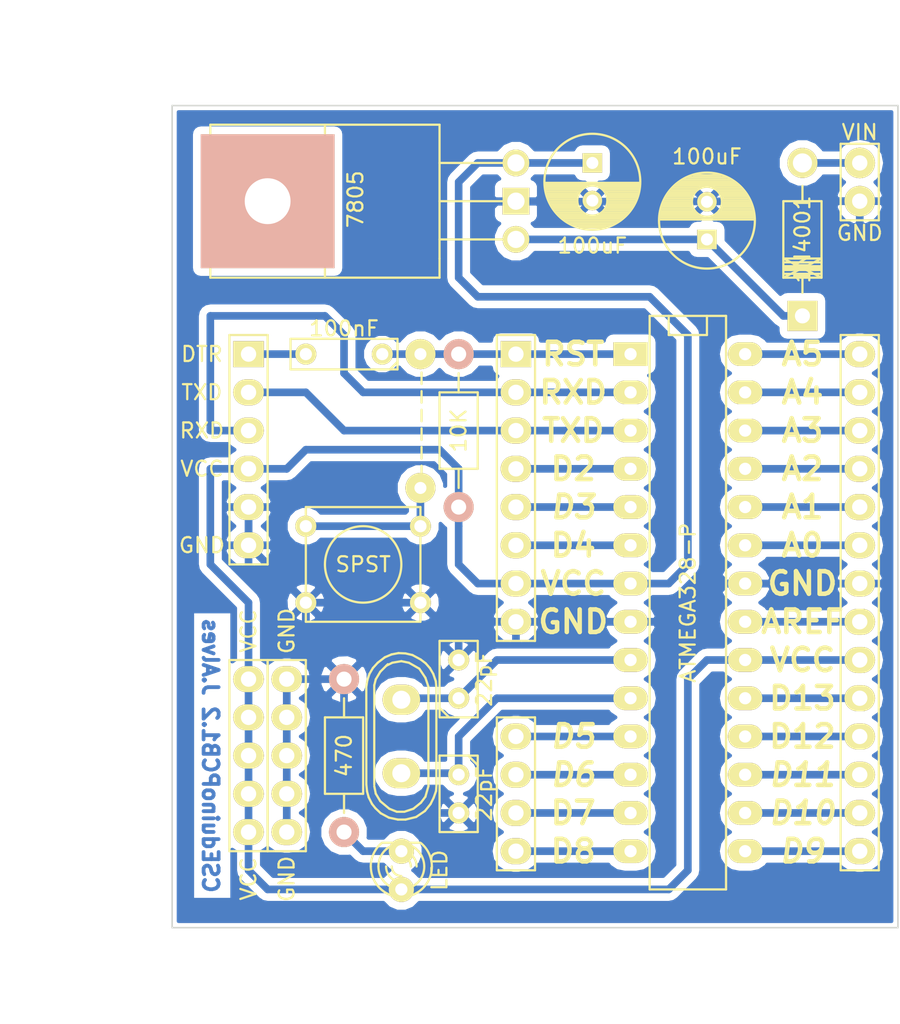
<source format=kicad_pcb>
(kicad_pcb (version 4) (host pcbnew "(2015-05-23 BZR 5679)-product")

  (general
    (links 59)
    (no_connects 5)
    (area 21.210001 17.47 84.156334 84.95)
    (thickness 1.6)
    (drawings 43)
    (tracks 115)
    (zones 0)
    (modules 21)
    (nets 31)
  )

  (page A4)
  (title_block
    (title "CSEduino - PCB edition")
    (date 17-4-2015)
    (rev 1.2)
    (company "Joao Alves")
  )

  (layers
    (0 F.Cu signal)
    (31 B.Cu signal)
    (36 B.SilkS user)
    (37 F.SilkS user)
    (38 B.Mask user)
    (40 Dwgs.User user)
    (41 Cmts.User user hide)
    (42 Eco1.User user)
    (43 Eco2.User user)
    (44 Edge.Cuts user)
    (45 Margin user)
    (47 F.CrtYd user)
    (49 F.Fab user)
  )

  (setup
    (last_trace_width 0.508)
    (trace_clearance 0.508)
    (zone_clearance 0.254)
    (zone_45_only no)
    (trace_min 0.508)
    (segment_width 0.2)
    (edge_width 0.1)
    (via_size 0.889)
    (via_drill 0.635)
    (via_min_size 0.889)
    (via_min_drill 0.508)
    (uvia_size 0.508)
    (uvia_drill 0.127)
    (uvias_allowed no)
    (uvia_min_size 0.508)
    (uvia_min_drill 0.127)
    (pcb_text_width 0.3)
    (pcb_text_size 1.5 1.5)
    (mod_edge_width 0.15)
    (mod_text_size 1 1)
    (mod_text_width 0.15)
    (pad_size 2.032 2.032)
    (pad_drill 1.016)
    (pad_to_mask_clearance 0)
    (aux_axis_origin 33.02 78.74)
    (visible_elements 7FFFF77F)
    (pcbplotparams
      (layerselection 0x01060_80000001)
      (usegerberextensions false)
      (excludeedgelayer true)
      (linewidth 0.100000)
      (plotframeref false)
      (viasonmask false)
      (mode 1)
      (useauxorigin false)
      (hpglpennumber 1)
      (hpglpenspeed 20)
      (hpglpendiameter 15)
      (hpglpenoverlay 2)
      (psnegative false)
      (psa4output false)
      (plotreference false)
      (plotvalue true)
      (plotinvisibletext false)
      (padsonsilk false)
      (subtractmaskfromsilk false)
      (outputformat 4)
      (mirror false)
      (drillshape 2)
      (scaleselection 1)
      (outputdirectory output/))
  )

  (net 0 "")
  (net 1 GND)
  (net 2 "Net-(C1-Pad1)")
  (net 3 +5V)
  (net 4 "Net-(C3-Pad1)")
  (net 5 "Net-(C4-Pad1)")
  (net 6 "Net-(C5-Pad1)")
  (net 7 "Net-(C5-Pad2)")
  (net 8 "Net-(D1-Pad1)")
  (net 9 "Net-(IC1-Pad2)")
  (net 10 "Net-(IC1-Pad3)")
  (net 11 "Net-(IC1-Pad4)")
  (net 12 "Net-(IC1-Pad5)")
  (net 13 "Net-(IC1-Pad6)")
  (net 14 "Net-(IC1-Pad11)")
  (net 15 "Net-(IC1-Pad12)")
  (net 16 "Net-(IC1-Pad13)")
  (net 17 "Net-(IC1-Pad14)")
  (net 18 "Net-(IC1-Pad15)")
  (net 19 "Net-(IC1-Pad16)")
  (net 20 "Net-(IC1-Pad17)")
  (net 21 "Net-(IC1-Pad18)")
  (net 22 "Net-(IC1-Pad19)")
  (net 23 "Net-(IC1-Pad21)")
  (net 24 "Net-(IC1-Pad23)")
  (net 25 "Net-(IC1-Pad24)")
  (net 26 "Net-(IC1-Pad25)")
  (net 27 "Net-(IC1-Pad26)")
  (net 28 "Net-(IC1-Pad27)")
  (net 29 "Net-(IC1-Pad28)")
  (net 30 "Net-(D2-Pad2)")

  (net_class Default "This is the default net class."
    (clearance 0.508)
    (trace_width 0.508)
    (via_dia 0.889)
    (via_drill 0.635)
    (uvia_dia 0.508)
    (uvia_drill 0.127)
    (add_net +5V)
    (add_net GND)
    (add_net "Net-(C1-Pad1)")
    (add_net "Net-(C3-Pad1)")
    (add_net "Net-(C4-Pad1)")
    (add_net "Net-(C5-Pad1)")
    (add_net "Net-(C5-Pad2)")
    (add_net "Net-(D1-Pad1)")
    (add_net "Net-(D2-Pad2)")
    (add_net "Net-(IC1-Pad11)")
    (add_net "Net-(IC1-Pad12)")
    (add_net "Net-(IC1-Pad13)")
    (add_net "Net-(IC1-Pad14)")
    (add_net "Net-(IC1-Pad15)")
    (add_net "Net-(IC1-Pad16)")
    (add_net "Net-(IC1-Pad17)")
    (add_net "Net-(IC1-Pad18)")
    (add_net "Net-(IC1-Pad19)")
    (add_net "Net-(IC1-Pad2)")
    (add_net "Net-(IC1-Pad21)")
    (add_net "Net-(IC1-Pad23)")
    (add_net "Net-(IC1-Pad24)")
    (add_net "Net-(IC1-Pad25)")
    (add_net "Net-(IC1-Pad26)")
    (add_net "Net-(IC1-Pad27)")
    (add_net "Net-(IC1-Pad28)")
    (add_net "Net-(IC1-Pad3)")
    (add_net "Net-(IC1-Pad4)")
    (add_net "Net-(IC1-Pad5)")
    (add_net "Net-(IC1-Pad6)")
  )

  (module Sockets_DIP:DIP-28__300_ELL (layer F.Cu) (tedit 552288A1) (tstamp 551E7278)
    (at 67.31 57.15 270)
    (descr "28 pins DIL package, elliptical pads, width 300mil")
    (tags DIL)
    (path /551E603B)
    (fp_text reference IC1 (at -11.43 0 270) (layer F.SilkS) hide
      (effects (font (size 1 1) (thickness 0.15)))
    )
    (fp_text value ATMEGA328-P (at 0 0 270) (layer F.SilkS)
      (effects (font (size 1 1) (thickness 0.15)))
    )
    (fp_line (start -19.05 -2.54) (end 19.05 -2.54) (layer F.SilkS) (width 0.15))
    (fp_line (start 19.05 -2.54) (end 19.05 2.54) (layer F.SilkS) (width 0.15))
    (fp_line (start 19.05 2.54) (end -19.05 2.54) (layer F.SilkS) (width 0.15))
    (fp_line (start -19.05 2.54) (end -19.05 -2.54) (layer F.SilkS) (width 0.15))
    (fp_line (start -19.05 -1.27) (end -17.78 -1.27) (layer F.SilkS) (width 0.15))
    (fp_line (start -17.78 -1.27) (end -17.78 1.27) (layer F.SilkS) (width 0.15))
    (fp_line (start -17.78 1.27) (end -19.05 1.27) (layer F.SilkS) (width 0.15))
    (pad 2 thru_hole oval (at -13.97 3.81 270) (size 1.5748 2.286) (drill 0.8128) (layers *.Cu *.Mask F.SilkS)
      (net 9 "Net-(IC1-Pad2)"))
    (pad 3 thru_hole oval (at -11.43 3.81 270) (size 1.5748 2.286) (drill 0.8128) (layers *.Cu *.Mask F.SilkS)
      (net 10 "Net-(IC1-Pad3)"))
    (pad 4 thru_hole oval (at -8.89 3.81 270) (size 1.5748 2.286) (drill 0.8128) (layers *.Cu *.Mask F.SilkS)
      (net 11 "Net-(IC1-Pad4)"))
    (pad 5 thru_hole oval (at -6.35 3.81 270) (size 1.5748 2.286) (drill 0.8128) (layers *.Cu *.Mask F.SilkS)
      (net 12 "Net-(IC1-Pad5)"))
    (pad 6 thru_hole oval (at -3.81 3.81 270) (size 1.5748 2.286) (drill 0.8128) (layers *.Cu *.Mask F.SilkS)
      (net 13 "Net-(IC1-Pad6)"))
    (pad 7 thru_hole oval (at -1.27 3.81 270) (size 1.5748 2.286) (drill 0.8128) (layers *.Cu *.Mask F.SilkS)
      (net 3 +5V))
    (pad 8 thru_hole oval (at 1.27 3.81 270) (size 1.5748 2.286) (drill 0.8128) (layers *.Cu *.Mask F.SilkS)
      (net 1 GND))
    (pad 9 thru_hole oval (at 3.81 3.81 270) (size 1.5748 2.286) (drill 0.8128) (layers *.Cu *.Mask F.SilkS)
      (net 5 "Net-(C4-Pad1)"))
    (pad 10 thru_hole oval (at 6.35 3.81 270) (size 1.5748 2.286) (drill 0.8128) (layers *.Cu *.Mask F.SilkS)
      (net 4 "Net-(C3-Pad1)"))
    (pad 11 thru_hole oval (at 8.89 3.81 270) (size 1.5748 2.286) (drill 0.8128) (layers *.Cu *.Mask F.SilkS)
      (net 14 "Net-(IC1-Pad11)"))
    (pad 12 thru_hole oval (at 11.43 3.81 270) (size 1.5748 2.286) (drill 0.8128) (layers *.Cu *.Mask F.SilkS)
      (net 15 "Net-(IC1-Pad12)"))
    (pad 13 thru_hole oval (at 13.97 3.81 270) (size 1.5748 2.286) (drill 0.8128) (layers *.Cu *.Mask F.SilkS)
      (net 16 "Net-(IC1-Pad13)"))
    (pad 14 thru_hole oval (at 16.51 3.81 270) (size 1.5748 2.286) (drill 0.8128) (layers *.Cu *.Mask F.SilkS)
      (net 17 "Net-(IC1-Pad14)"))
    (pad 1 thru_hole rect (at -16.51 3.81 270) (size 1.5748 2.286) (drill 0.8128) (layers *.Cu *.Mask F.SilkS)
      (net 6 "Net-(C5-Pad1)"))
    (pad 15 thru_hole oval (at 16.51 -3.81 270) (size 1.5748 2.286) (drill 0.8128) (layers *.Cu *.Mask F.SilkS)
      (net 18 "Net-(IC1-Pad15)"))
    (pad 16 thru_hole oval (at 13.97 -3.81 270) (size 1.5748 2.286) (drill 0.8128) (layers *.Cu *.Mask F.SilkS)
      (net 19 "Net-(IC1-Pad16)"))
    (pad 17 thru_hole oval (at 11.43 -3.81 270) (size 1.5748 2.286) (drill 0.8128) (layers *.Cu *.Mask F.SilkS)
      (net 20 "Net-(IC1-Pad17)"))
    (pad 18 thru_hole oval (at 8.89 -3.81 270) (size 1.5748 2.286) (drill 0.8128) (layers *.Cu *.Mask F.SilkS)
      (net 21 "Net-(IC1-Pad18)"))
    (pad 19 thru_hole oval (at 6.35 -3.81 270) (size 1.5748 2.286) (drill 0.8128) (layers *.Cu *.Mask F.SilkS)
      (net 22 "Net-(IC1-Pad19)"))
    (pad 20 thru_hole oval (at 3.81 -3.81 270) (size 1.5748 2.286) (drill 0.8128) (layers *.Cu *.Mask F.SilkS)
      (net 3 +5V))
    (pad 21 thru_hole oval (at 1.27 -3.81 270) (size 1.5748 2.286) (drill 0.8128) (layers *.Cu *.Mask F.SilkS)
      (net 23 "Net-(IC1-Pad21)"))
    (pad 22 thru_hole oval (at -1.27 -3.81 270) (size 1.5748 2.286) (drill 0.8128) (layers *.Cu *.Mask F.SilkS)
      (net 1 GND))
    (pad 23 thru_hole oval (at -3.81 -3.81 270) (size 1.5748 2.286) (drill 0.8128) (layers *.Cu *.Mask F.SilkS)
      (net 24 "Net-(IC1-Pad23)"))
    (pad 24 thru_hole oval (at -6.35 -3.81 270) (size 1.5748 2.286) (drill 0.8128) (layers *.Cu *.Mask F.SilkS)
      (net 25 "Net-(IC1-Pad24)"))
    (pad 25 thru_hole oval (at -8.89 -3.81 270) (size 1.5748 2.286) (drill 0.8128) (layers *.Cu *.Mask F.SilkS)
      (net 26 "Net-(IC1-Pad25)"))
    (pad 26 thru_hole oval (at -11.43 -3.81 270) (size 1.5748 2.286) (drill 0.8128) (layers *.Cu *.Mask F.SilkS)
      (net 27 "Net-(IC1-Pad26)"))
    (pad 27 thru_hole oval (at -13.97 -3.81 270) (size 1.5748 2.286) (drill 0.8128) (layers *.Cu *.Mask F.SilkS)
      (net 28 "Net-(IC1-Pad27)"))
    (pad 28 thru_hole oval (at -16.51 -3.81 270) (size 1.5748 2.286) (drill 0.8128) (layers *.Cu *.Mask F.SilkS)
      (net 29 "Net-(IC1-Pad28)"))
    (model 3d/pth_circuits/dil_28-300_socket.wrl
      (at (xyz 0 0 0))
      (scale (xyz 1 1 1))
      (rotate (xyz 0 0 0))
    )
  )

  (module Discret:C1 (layer F.Cu) (tedit 552286E9) (tstamp 551E721E)
    (at 52.07 62.23 90)
    (descr "Condensateur e = 1 pas")
    (tags C)
    (path /551E62D1)
    (fp_text reference C4 (at 0.254 -2.286 90) (layer F.SilkS) hide
      (effects (font (size 1 1) (thickness 0.15)))
    )
    (fp_text value 22pF (at 0 1.7 90) (layer F.SilkS)
      (effects (font (size 1 1) (thickness 0.15)))
    )
    (fp_line (start -2.4892 -1.27) (end 2.54 -1.27) (layer F.SilkS) (width 0.15))
    (fp_line (start 2.54 -1.27) (end 2.54 1.27) (layer F.SilkS) (width 0.15))
    (fp_line (start 2.54 1.27) (end -2.54 1.27) (layer F.SilkS) (width 0.15))
    (fp_line (start -2.54 1.27) (end -2.54 -1.27) (layer F.SilkS) (width 0.15))
    (fp_line (start -2.54 -0.635) (end -1.905 -1.27) (layer F.SilkS) (width 0.15))
    (pad 1 thru_hole circle (at -1.27 0 90) (size 1.397 1.397) (drill 0.8128) (layers *.Cu *.Mask F.SilkS)
      (net 5 "Net-(C4-Pad1)"))
    (pad 2 thru_hole circle (at 1.27 0 90) (size 1.397 1.397) (drill 0.8128) (layers *.Cu *.Mask F.SilkS)
      (net 1 GND))
    (model 3d/capacitors/cnp_3mm_disc.wrl
      (at (xyz 0 0 0))
      (scale (xyz 1 1 1))
      (rotate (xyz 0 0 0))
    )
  )

  (module Discret:C1 (layer F.Cu) (tedit 552288BF) (tstamp 551E7213)
    (at 52.07 69.85 270)
    (descr "Condensateur e = 1 pas")
    (tags C)
    (path /551E6211)
    (fp_text reference C3 (at 0.254 -2.286 270) (layer F.SilkS) hide
      (effects (font (size 1 1) (thickness 0.15)))
    )
    (fp_text value 22pF (at 0 -1.7 270) (layer F.SilkS)
      (effects (font (size 1 1) (thickness 0.15)))
    )
    (fp_line (start -2.4892 -1.27) (end 2.54 -1.27) (layer F.SilkS) (width 0.15))
    (fp_line (start 2.54 -1.27) (end 2.54 1.27) (layer F.SilkS) (width 0.15))
    (fp_line (start 2.54 1.27) (end -2.54 1.27) (layer F.SilkS) (width 0.15))
    (fp_line (start -2.54 1.27) (end -2.54 -1.27) (layer F.SilkS) (width 0.15))
    (fp_line (start -2.54 -0.635) (end -1.905 -1.27) (layer F.SilkS) (width 0.15))
    (pad 1 thru_hole circle (at -1.27 0 270) (size 1.397 1.397) (drill 0.8128) (layers *.Cu *.Mask F.SilkS)
      (net 4 "Net-(C3-Pad1)"))
    (pad 2 thru_hole circle (at 1.27 0 270) (size 1.397 1.397) (drill 0.8128) (layers *.Cu *.Mask F.SilkS)
      (net 1 GND))
    (model 3d/capacitors/cnp_3mm_disc.wrl
      (at (xyz 0 0 0))
      (scale (xyz 1 1 1))
      (rotate (xyz 0 0 0))
    )
  )

  (module Discret:C2 (layer F.Cu) (tedit 552286CE) (tstamp 551E7229)
    (at 44.45 40.64 180)
    (descr "Condensateur = 2 pas")
    (tags C)
    (path /551EA5E1)
    (fp_text reference C5 (at 0 0 180) (layer F.SilkS) hide
      (effects (font (size 1 1) (thickness 0.15)))
    )
    (fp_text value 100nF (at 0 1.7 180) (layer F.SilkS)
      (effects (font (size 1 1) (thickness 0.15)))
    )
    (fp_line (start -3.556 -1.016) (end 3.556 -1.016) (layer F.SilkS) (width 0.15))
    (fp_line (start 3.556 -1.016) (end 3.556 1.016) (layer F.SilkS) (width 0.15))
    (fp_line (start 3.556 1.016) (end -3.556 1.016) (layer F.SilkS) (width 0.15))
    (fp_line (start -3.556 1.016) (end -3.556 -1.016) (layer F.SilkS) (width 0.15))
    (fp_line (start -3.556 -0.508) (end -3.048 -1.016) (layer F.SilkS) (width 0.15))
    (pad 1 thru_hole circle (at -2.54 0 180) (size 1.397 1.397) (drill 0.8128) (layers *.Cu *.Mask F.SilkS)
      (net 6 "Net-(C5-Pad1)"))
    (pad 2 thru_hole circle (at 2.54 0 180) (size 1.397 1.397) (drill 0.8128) (layers *.Cu *.Mask F.SilkS)
      (net 7 "Net-(C5-Pad2)"))
    (model 3d/capacitors/cnp_6mm_disc.wrl
      (at (xyz 0 0 0))
      (scale (xyz 1 1 1))
      (rotate (xyz 0 0 0))
    )
  )

  (module Diodes_ThroughHole:Diode_DO-41_SOD81_Horizontal_RM10 (layer F.Cu) (tedit 5522744A) (tstamp 551EC555)
    (at 74.93 33.02 270)
    (descr "Diode, DO-41, SOD81, Horizontal, RM 10mm,")
    (tags "Diode, DO-41, SOD81, Horizontal, RM 10mm, 1N4007, SB140,")
    (path /551E7627)
    (fp_text reference D1 (at 0 2.54 270) (layer F.SilkS) hide
      (effects (font (size 1 1) (thickness 0.15)))
    )
    (fp_text value 1N4001 (at 0 0 270) (layer F.SilkS)
      (effects (font (size 1 1) (thickness 0.15)))
    )
    (fp_line (start -2.54 0) (end -3.556 0) (layer F.SilkS) (width 0.15))
    (fp_line (start 2.286 0) (end 3.556 0) (layer F.SilkS) (width 0.15))
    (fp_line (start 2.032 -1.27) (end 2.032 1.27) (layer F.SilkS) (width 0.15))
    (fp_line (start 1.778 -1.27) (end 1.778 1.27) (layer F.SilkS) (width 0.15))
    (fp_line (start 1.524 -1.27) (end 1.524 1.27) (layer F.SilkS) (width 0.15))
    (fp_line (start 2.286 -1.27) (end 2.286 1.27) (layer F.SilkS) (width 0.15))
    (fp_line (start 1.27 -1.27) (end 2.54 1.27) (layer F.SilkS) (width 0.15))
    (fp_line (start 2.54 -1.27) (end 1.27 1.27) (layer F.SilkS) (width 0.15))
    (fp_line (start 1.27 -1.27) (end 1.27 1.27) (layer F.SilkS) (width 0.15))
    (fp_line (start 1.905 -1.27) (end 1.905 1.27) (layer F.SilkS) (width 0.15))
    (fp_line (start 2.54 1.27) (end 2.54 -1.27) (layer F.SilkS) (width 0.15))
    (fp_line (start 2.54 -1.27) (end -2.54 -1.27) (layer F.SilkS) (width 0.15))
    (fp_line (start -2.54 -1.27) (end -2.54 1.27) (layer F.SilkS) (width 0.15))
    (fp_line (start -2.54 1.27) (end 2.54 1.27) (layer F.SilkS) (width 0.15))
    (pad 1 thru_hole circle (at -5.08 0 270) (size 1.99898 1.99898) (drill 1.27) (layers *.Cu *.Mask F.SilkS)
      (net 8 "Net-(D1-Pad1)"))
    (pad 2 thru_hole rect (at 5.08 0 270) (size 1.99898 1.99898) (drill 1.00076) (layers *.Cu *.Mask F.SilkS)
      (net 2 "Net-(C1-Pad1)"))
    (model 3d/pth_diodes/diode_do41.wrl
      (at (xyz 0 0 0))
      (scale (xyz 1 1 1))
      (rotate (xyz 0 0 0))
    )
  )

  (module Discret:SW_PUSH_SMALL (layer F.Cu) (tedit 552288E2) (tstamp 551E730A)
    (at 45.72 54.61)
    (path /551EA9DC)
    (fp_text reference SW1 (at 0 -0.762) (layer F.SilkS) hide
      (effects (font (size 1 1) (thickness 0.15)))
    )
    (fp_text value SPST (at 0 0) (layer F.SilkS)
      (effects (font (size 1 1) (thickness 0.15)))
    )
    (fp_circle (center 0 0) (end 0 -2.54) (layer F.SilkS) (width 0.15))
    (fp_line (start -3.81 -3.81) (end 3.81 -3.81) (layer F.SilkS) (width 0.15))
    (fp_line (start 3.81 -3.81) (end 3.81 3.81) (layer F.SilkS) (width 0.15))
    (fp_line (start 3.81 3.81) (end -3.81 3.81) (layer F.SilkS) (width 0.15))
    (fp_line (start -3.81 -3.81) (end -3.81 3.81) (layer F.SilkS) (width 0.15))
    (pad 1 thru_hole circle (at 3.81 -2.54) (size 1.397 1.397) (drill 0.8128) (layers *.Cu *.Mask F.SilkS)
      (net 6 "Net-(C5-Pad1)"))
    (pad 2 thru_hole circle (at 3.81 2.54) (size 1.397 1.397) (drill 0.8128) (layers *.Cu *.Mask F.SilkS)
      (net 1 GND))
    (pad 1 thru_hole circle (at -3.81 -2.54) (size 1.397 1.397) (drill 0.8128) (layers *.Cu *.Mask F.SilkS)
      (net 6 "Net-(C5-Pad1)"))
    (pad 2 thru_hole circle (at -3.81 2.54) (size 1.397 1.397) (drill 0.8128) (layers *.Cu *.Mask F.SilkS)
      (net 1 GND))
    (model 3d/switch/pcb_push.wrl
      (at (xyz 0 0 0))
      (scale (xyz 1 1 1))
      (rotate (xyz 0 0 90))
    )
  )

  (module Crystal_HC50-U_Vertical (layer F.Cu) (tedit 552288E9) (tstamp 551E7355)
    (at 48.26 66.04 90)
    (descr "Crystal, Quarz, HC50/U, vertical, stehend,")
    (tags "Crystal, Quarz, HC50/U, vertical, stehend,")
    (path /551E619A)
    (fp_text reference X1 (at 0 -3.81 90) (layer F.SilkS) hide
      (effects (font (size 1 1) (thickness 0.15)))
    )
    (fp_text value CRYSTAL (at 0 3.81 90) (layer F.Fab) hide
      (effects (font (size 1 1) (thickness 0.15)))
    )
    (fp_line (start 4.699 -1.00076) (end 4.89966 -0.59944) (layer F.SilkS) (width 0.15))
    (fp_line (start 4.89966 -0.59944) (end 5.00126 0) (layer F.SilkS) (width 0.15))
    (fp_line (start 5.00126 0) (end 4.89966 0.50038) (layer F.SilkS) (width 0.15))
    (fp_line (start 4.89966 0.50038) (end 4.50088 1.19888) (layer F.SilkS) (width 0.15))
    (fp_line (start 4.50088 1.19888) (end 3.8989 1.6002) (layer F.SilkS) (width 0.15))
    (fp_line (start 3.8989 1.6002) (end 3.29946 1.80086) (layer F.SilkS) (width 0.15))
    (fp_line (start 3.29946 1.80086) (end -3.29946 1.80086) (layer F.SilkS) (width 0.15))
    (fp_line (start -3.29946 1.80086) (end -4.0005 1.6002) (layer F.SilkS) (width 0.15))
    (fp_line (start -4.0005 1.6002) (end -4.39928 1.30048) (layer F.SilkS) (width 0.15))
    (fp_line (start -4.39928 1.30048) (end -4.8006 0.8001) (layer F.SilkS) (width 0.15))
    (fp_line (start -4.8006 0.8001) (end -5.00126 0.20066) (layer F.SilkS) (width 0.15))
    (fp_line (start -5.00126 0.20066) (end -5.00126 -0.29972) (layer F.SilkS) (width 0.15))
    (fp_line (start -5.00126 -0.29972) (end -4.8006 -0.8001) (layer F.SilkS) (width 0.15))
    (fp_line (start -4.8006 -0.8001) (end -4.30022 -1.39954) (layer F.SilkS) (width 0.15))
    (fp_line (start -4.30022 -1.39954) (end -3.79984 -1.69926) (layer F.SilkS) (width 0.15))
    (fp_line (start -3.79984 -1.69926) (end -3.29946 -1.80086) (layer F.SilkS) (width 0.15))
    (fp_line (start -3.2004 -1.80086) (end 3.40106 -1.80086) (layer F.SilkS) (width 0.15))
    (fp_line (start 3.40106 -1.80086) (end 3.79984 -1.69926) (layer F.SilkS) (width 0.15))
    (fp_line (start 3.79984 -1.69926) (end 4.30022 -1.39954) (layer F.SilkS) (width 0.15))
    (fp_line (start 4.30022 -1.39954) (end 4.8006 -0.89916) (layer F.SilkS) (width 0.15))
    (fp_line (start -3.19024 -2.32918) (end -3.64998 -2.28092) (layer F.SilkS) (width 0.15))
    (fp_line (start -3.64998 -2.28092) (end -4.04876 -2.16916) (layer F.SilkS) (width 0.15))
    (fp_line (start -4.04876 -2.16916) (end -4.48056 -1.95072) (layer F.SilkS) (width 0.15))
    (fp_line (start -4.48056 -1.95072) (end -4.77012 -1.71958) (layer F.SilkS) (width 0.15))
    (fp_line (start -4.77012 -1.71958) (end -5.10032 -1.36906) (layer F.SilkS) (width 0.15))
    (fp_line (start -5.10032 -1.36906) (end -5.38988 -0.83058) (layer F.SilkS) (width 0.15))
    (fp_line (start -5.38988 -0.83058) (end -5.51942 -0.23114) (layer F.SilkS) (width 0.15))
    (fp_line (start -5.51942 -0.23114) (end -5.51942 0.2794) (layer F.SilkS) (width 0.15))
    (fp_line (start -5.51942 0.2794) (end -5.34924 0.98044) (layer F.SilkS) (width 0.15))
    (fp_line (start -5.34924 0.98044) (end -4.95046 1.56972) (layer F.SilkS) (width 0.15))
    (fp_line (start -4.95046 1.56972) (end -4.49072 1.94056) (layer F.SilkS) (width 0.15))
    (fp_line (start -4.49072 1.94056) (end -4.06908 2.14884) (layer F.SilkS) (width 0.15))
    (fp_line (start -4.06908 2.14884) (end -3.6195 2.30886) (layer F.SilkS) (width 0.15))
    (fp_line (start -3.6195 2.30886) (end -3.18008 2.33934) (layer F.SilkS) (width 0.15))
    (fp_line (start 4.16052 2.1209) (end 4.53898 1.89992) (layer F.SilkS) (width 0.15))
    (fp_line (start 4.53898 1.89992) (end 4.85902 1.62052) (layer F.SilkS) (width 0.15))
    (fp_line (start 4.85902 1.62052) (end 5.11048 1.29032) (layer F.SilkS) (width 0.15))
    (fp_line (start 5.11048 1.29032) (end 5.4102 0.73914) (layer F.SilkS) (width 0.15))
    (fp_line (start 5.4102 0.73914) (end 5.51942 0.26924) (layer F.SilkS) (width 0.15))
    (fp_line (start 5.51942 0.26924) (end 5.53974 -0.1905) (layer F.SilkS) (width 0.15))
    (fp_line (start 5.53974 -0.1905) (end 5.45084 -0.65024) (layer F.SilkS) (width 0.15))
    (fp_line (start 5.45084 -0.65024) (end 5.26034 -1.09982) (layer F.SilkS) (width 0.15))
    (fp_line (start 5.26034 -1.09982) (end 4.89966 -1.56972) (layer F.SilkS) (width 0.15))
    (fp_line (start 4.89966 -1.56972) (end 4.54914 -1.88976) (layer F.SilkS) (width 0.15))
    (fp_line (start 4.54914 -1.88976) (end 4.16052 -2.1209) (layer F.SilkS) (width 0.15))
    (fp_line (start 4.16052 -2.1209) (end 3.73126 -2.2606) (layer F.SilkS) (width 0.15))
    (fp_line (start 3.73126 -2.2606) (end 3.2893 -2.32918) (layer F.SilkS) (width 0.15))
    (fp_line (start -3.2004 2.32918) (end 3.2512 2.32918) (layer F.SilkS) (width 0.15))
    (fp_line (start 3.2512 2.32918) (end 3.6703 2.29108) (layer F.SilkS) (width 0.15))
    (fp_line (start 3.6703 2.29108) (end 4.16052 2.1209) (layer F.SilkS) (width 0.15))
    (fp_line (start -3.2004 -2.32918) (end 3.2512 -2.32918) (layer F.SilkS) (width 0.15))
    (pad 1 thru_hole oval (at -2.44094 0 90) (size 1.99898 2.49936) (drill 1.19888) (layers *.Cu *.Mask F.SilkS)
      (net 4 "Net-(C3-Pad1)"))
    (pad 2 thru_hole oval (at 2.44094 0 90) (size 1.99898 2.49936) (drill 1.19888) (layers *.Cu *.Mask F.SilkS)
      (net 5 "Net-(C4-Pad1)"))
    (model 3d/pth_crystals/crystal_hc-49s.wrl
      (at (xyz 0 0 0))
      (scale (xyz 1 1 1))
      (rotate (xyz 0 0 0))
    )
  )

  (module Pin_Headers:Pin_Header_Straight_1x05 (layer F.Cu) (tedit 552288DC) (tstamp 551F12B4)
    (at 40.64 62.23)
    (descr "Through hole pin header")
    (tags "pin header")
    (fp_text reference REF** (at 0 -5.1) (layer F.SilkS) hide
      (effects (font (size 1 1) (thickness 0.15)))
    )
    (fp_text value GND (at 0 -3.2 90) (layer F.SilkS)
      (effects (font (size 1 1) (thickness 0.15)))
    )
    (fp_line (start -1.75 -1.75) (end -1.75 11.95) (layer F.CrtYd) (width 0.05))
    (fp_line (start 1.75 -1.75) (end 1.75 11.95) (layer F.CrtYd) (width 0.05))
    (fp_line (start -1.75 -1.75) (end 1.75 -1.75) (layer F.CrtYd) (width 0.05))
    (fp_line (start -1.75 11.95) (end 1.75 11.95) (layer F.CrtYd) (width 0.05))
    (fp_line (start 1.27 -1.27) (end 1.27 11.43) (layer F.SilkS) (width 0.15))
    (fp_line (start 1.27 11.43) (end -1.27 11.43) (layer F.SilkS) (width 0.15))
    (fp_line (start -1.27 11.43) (end -1.27 -1.27) (layer F.SilkS) (width 0.15))
    (fp_line (start 1.27 -1.27) (end -1.27 -1.27) (layer F.SilkS) (width 0.15))
    (pad 1 thru_hole oval (at 0 0) (size 2.032 1.7272) (drill 1.016) (layers *.Cu *.Mask F.SilkS))
    (pad 2 thru_hole oval (at 0 2.54) (size 2.032 1.7272) (drill 1.016) (layers *.Cu *.Mask F.SilkS))
    (pad 3 thru_hole oval (at 0 5.08) (size 2.032 1.7272) (drill 1.016) (layers *.Cu *.Mask F.SilkS))
    (pad 4 thru_hole oval (at 0 7.62) (size 2.032 1.7272) (drill 1.016) (layers *.Cu *.Mask F.SilkS))
    (pad 5 thru_hole oval (at 0 10.16) (size 2.032 1.7272) (drill 1.016) (layers *.Cu *.Mask F.SilkS))
    (model Pin_Headers.3dshapes/Pin_Header_Straight_1x05.wrl
      (at (xyz 0 -0.2000000029802322 0))
      (scale (xyz 1 1 1))
      (rotate (xyz 0 0 90))
    )
  )

  (module Pin_Headers:Pin_Header_Straight_1x05 (layer F.Cu) (tedit 55228750) (tstamp 551F0D4B)
    (at 38.1 62.23)
    (descr "Through hole pin header")
    (tags "pin header")
    (fp_text reference REF** (at 0 -5.1) (layer F.SilkS) hide
      (effects (font (size 1 1) (thickness 0.15)))
    )
    (fp_text value VCC (at 0 -3.2 90) (layer F.SilkS)
      (effects (font (size 1 1) (thickness 0.15)))
    )
    (fp_line (start -1.75 -1.75) (end -1.75 11.95) (layer F.CrtYd) (width 0.05))
    (fp_line (start 1.75 -1.75) (end 1.75 11.95) (layer F.CrtYd) (width 0.05))
    (fp_line (start -1.75 -1.75) (end 1.75 -1.75) (layer F.CrtYd) (width 0.05))
    (fp_line (start -1.75 11.95) (end 1.75 11.95) (layer F.CrtYd) (width 0.05))
    (fp_line (start 1.27 -1.27) (end 1.27 11.43) (layer F.SilkS) (width 0.15))
    (fp_line (start 1.27 11.43) (end -1.27 11.43) (layer F.SilkS) (width 0.15))
    (fp_line (start -1.27 11.43) (end -1.27 -1.27) (layer F.SilkS) (width 0.15))
    (fp_line (start 1.27 -1.27) (end -1.27 -1.27) (layer F.SilkS) (width 0.15))
    (pad 1 thru_hole oval (at 0 0) (size 2.032 1.7272) (drill 1.016) (layers *.Cu *.Mask F.SilkS))
    (pad 2 thru_hole oval (at 0 2.54) (size 2.032 1.7272) (drill 1.016) (layers *.Cu *.Mask F.SilkS))
    (pad 3 thru_hole oval (at 0 5.08) (size 2.032 1.7272) (drill 1.016) (layers *.Cu *.Mask F.SilkS))
    (pad 4 thru_hole oval (at 0 7.62) (size 2.032 1.7272) (drill 1.016) (layers *.Cu *.Mask F.SilkS))
    (pad 5 thru_hole oval (at 0 10.16) (size 2.032 1.7272) (drill 1.016) (layers *.Cu *.Mask F.SilkS))
    (model Pin_Headers.3dshapes/Pin_Header_Straight_1x05.wrl
      (at (xyz 0 -0.2000000029802322 0))
      (scale (xyz 1 1 1))
      (rotate (xyz 0 0 90))
    )
  )

  (module Pin_Headers:Pin_Header_Straight_1x06 (layer F.Cu) (tedit 55228900) (tstamp 551E72E5)
    (at 38.1 40.64)
    (descr "Through hole pin header")
    (tags "pin header")
    (path /551EA0DA)
    (fp_text reference P5 (at 0 -5.1) (layer F.SilkS) hide
      (effects (font (size 1 1) (thickness 0.15)))
    )
    (fp_text value CONN_01X06 (at 0 -3.1) (layer F.SilkS) hide
      (effects (font (size 1 1) (thickness 0.15)))
    )
    (fp_line (start -1.75 -1.75) (end -1.75 14.45) (layer F.CrtYd) (width 0.05))
    (fp_line (start 1.75 -1.75) (end 1.75 14.45) (layer F.CrtYd) (width 0.05))
    (fp_line (start -1.75 -1.75) (end 1.75 -1.75) (layer F.CrtYd) (width 0.05))
    (fp_line (start -1.75 14.45) (end 1.75 14.45) (layer F.CrtYd) (width 0.05))
    (fp_line (start 1.27 -1.27) (end 1.27 13.97) (layer F.SilkS) (width 0.15))
    (fp_line (start 1.27 13.97) (end -1.27 13.97) (layer F.SilkS) (width 0.15))
    (fp_line (start -1.27 13.97) (end -1.27 -1.27) (layer F.SilkS) (width 0.15))
    (fp_line (start 1.27 -1.27) (end -1.27 -1.27) (layer F.SilkS) (width 0.15))
    (pad 1 thru_hole rect (at 0 0) (size 2.032 1.7272) (drill 1.016) (layers *.Cu *.Mask F.SilkS)
      (net 7 "Net-(C5-Pad2)"))
    (pad 2 thru_hole oval (at 0 2.54) (size 2.032 1.7272) (drill 1.016) (layers *.Cu *.Mask F.SilkS)
      (net 10 "Net-(IC1-Pad3)"))
    (pad 3 thru_hole oval (at 0 5.08) (size 2.032 1.7272) (drill 1.016) (layers *.Cu *.Mask F.SilkS)
      (net 9 "Net-(IC1-Pad2)"))
    (pad 4 thru_hole oval (at 0 7.62) (size 2.032 1.7272) (drill 1.016) (layers *.Cu *.Mask F.SilkS)
      (net 3 +5V))
    (pad 5 thru_hole oval (at 0 10.16) (size 2.032 1.7272) (drill 1.016) (layers *.Cu *.Mask F.SilkS)
      (net 1 GND))
    (pad 6 thru_hole oval (at 0 12.7) (size 2.032 1.7272) (drill 1.016) (layers *.Cu *.Mask F.SilkS)
      (net 1 GND))
    (model Pin_Headers.3dshapes/Pin_Header_Straight_1x06.wrl
      (at (xyz 0 -0.25 0))
      (scale (xyz 1 1 1))
      (rotate (xyz 0 0 90))
    )
  )

  (module Pin_Headers:Pin_Header_Straight_1x08 (layer F.Cu) (tedit 55228967) (tstamp 551E72D0)
    (at 55.88 40.64)
    (descr "Through hole pin header")
    (tags "pin header")
    (path /551E8E01)
    (fp_text reference P4 (at 0 -5.1) (layer F.SilkS) hide
      (effects (font (size 1 1) (thickness 0.15)))
    )
    (fp_text value CONN_01X08 (at 0 -3.1) (layer F.SilkS) hide
      (effects (font (size 1 1) (thickness 0.15)))
    )
    (fp_line (start -1.75 -1.75) (end -1.75 19.55) (layer F.CrtYd) (width 0.05))
    (fp_line (start 1.75 -1.75) (end 1.75 19.55) (layer F.CrtYd) (width 0.05))
    (fp_line (start -1.75 -1.75) (end 1.75 -1.75) (layer F.CrtYd) (width 0.05))
    (fp_line (start -1.75 19.55) (end 1.75 19.55) (layer F.CrtYd) (width 0.05))
    (fp_line (start 1.27 -1.27) (end 1.27 19.05) (layer F.SilkS) (width 0.15))
    (fp_line (start 1.27 19.05) (end -1.27 19.05) (layer F.SilkS) (width 0.15))
    (fp_line (start -1.27 19.05) (end -1.27 -1.27) (layer F.SilkS) (width 0.15))
    (fp_line (start 1.27 -1.27) (end -1.27 -1.27) (layer F.SilkS) (width 0.15))
    (pad 1 thru_hole rect (at 0 0) (size 2.032 1.7272) (drill 1.016) (layers *.Cu *.Mask F.SilkS)
      (net 6 "Net-(C5-Pad1)"))
    (pad 2 thru_hole oval (at 0 2.54) (size 2.032 1.7272) (drill 1.016) (layers *.Cu *.Mask F.SilkS)
      (net 9 "Net-(IC1-Pad2)"))
    (pad 3 thru_hole oval (at 0 5.08) (size 2.032 1.7272) (drill 1.016) (layers *.Cu *.Mask F.SilkS)
      (net 10 "Net-(IC1-Pad3)"))
    (pad 4 thru_hole oval (at 0 7.62) (size 2.032 1.7272) (drill 1.016) (layers *.Cu *.Mask F.SilkS)
      (net 11 "Net-(IC1-Pad4)"))
    (pad 5 thru_hole oval (at 0 10.16) (size 2.032 1.7272) (drill 1.016) (layers *.Cu *.Mask F.SilkS)
      (net 12 "Net-(IC1-Pad5)"))
    (pad 6 thru_hole oval (at 0 12.7) (size 2.032 1.7272) (drill 1.016) (layers *.Cu *.Mask F.SilkS)
      (net 13 "Net-(IC1-Pad6)"))
    (pad 7 thru_hole oval (at 0 15.24) (size 2.032 1.7272) (drill 1.016) (layers *.Cu *.Mask F.SilkS)
      (net 3 +5V))
    (pad 8 thru_hole oval (at 0 17.78) (size 2.032 1.7272) (drill 1.016) (layers *.Cu *.Mask F.SilkS)
      (net 1 GND))
    (model Pin_Headers.3dshapes/Pin_Header_Straight_1x08.wrl
      (at (xyz 0 -0.3499999940395355 0))
      (scale (xyz 1 1 1))
      (rotate (xyz 0 0 90))
    )
  )

  (module Pin_Headers:Pin_Header_Straight_1x02 (layer F.Cu) (tedit 552288B5) (tstamp 551E7289)
    (at 78.74 27.94)
    (descr "Through hole pin header")
    (tags "pin header")
    (path /551E740B)
    (fp_text reference P1 (at 0 -5.1) (layer F.SilkS) hide
      (effects (font (size 1 1) (thickness 0.15)))
    )
    (fp_text value CONN_01X02 (at 0 -3.1) (layer F.SilkS) hide
      (effects (font (size 1 1) (thickness 0.15)))
    )
    (fp_line (start 1.27 -1.27) (end 1.27 3.81) (layer F.SilkS) (width 0.15))
    (fp_line (start -1.75 -1.75) (end -1.75 4.3) (layer F.CrtYd) (width 0.05))
    (fp_line (start 1.75 -1.75) (end 1.75 4.3) (layer F.CrtYd) (width 0.05))
    (fp_line (start -1.75 -1.75) (end 1.75 -1.75) (layer F.CrtYd) (width 0.05))
    (fp_line (start -1.75 4.3) (end 1.75 4.3) (layer F.CrtYd) (width 0.05))
    (fp_line (start 1.27 -1.27) (end -1.27 -1.27) (layer F.SilkS) (width 0.15))
    (fp_line (start -1.27 -1.27) (end -1.27 3.81) (layer F.SilkS) (width 0.15))
    (fp_line (start -1.27 3.81) (end 1.27 3.81) (layer F.SilkS) (width 0.15))
    (pad 1 thru_hole oval (at 0 0) (size 2.032 2.032) (drill 1.016) (layers *.Cu *.Mask F.SilkS)
      (net 8 "Net-(D1-Pad1)"))
    (pad 2 thru_hole oval (at 0 2.54) (size 2.032 2.032) (drill 1.016) (layers *.Cu *.Mask F.SilkS)
      (net 1 GND))
    (model Pin_Headers.3dshapes/Pin_Header_Straight_1x02.wrl
      (at (xyz 0 -0.05000000074505806 0))
      (scale (xyz 1 1 1))
      (rotate (xyz 0 0 90))
    )
  )

  (module Pin_Headers:Pin_Header_Straight_1x04 (layer F.Cu) (tedit 55228949) (tstamp 551E72B9)
    (at 55.88 66.04)
    (descr "Through hole pin header")
    (tags "pin header")
    (path /551E792D)
    (zone_connect 2)
    (fp_text reference P3 (at 0 -5.1) (layer F.SilkS) hide
      (effects (font (size 1 1) (thickness 0.15)))
    )
    (fp_text value CONN_01X04 (at 0 -3.1) (layer F.SilkS) hide
      (effects (font (size 1 1) (thickness 0.15)))
    )
    (fp_line (start -1.75 -1.75) (end -1.75 9.4) (layer F.CrtYd) (width 0.05))
    (fp_line (start 1.75 -1.75) (end 1.75 9.4) (layer F.CrtYd) (width 0.05))
    (fp_line (start -1.75 -1.75) (end 1.75 -1.75) (layer F.CrtYd) (width 0.05))
    (fp_line (start -1.75 9.4) (end 1.75 9.4) (layer F.CrtYd) (width 0.05))
    (fp_line (start -1.27 -1.27) (end -1.27 8.89) (layer F.SilkS) (width 0.15))
    (fp_line (start 1.27 -1.27) (end 1.27 8.89) (layer F.SilkS) (width 0.15))
    (fp_line (start -1.27 8.89) (end 1.27 8.89) (layer F.SilkS) (width 0.15))
    (fp_line (start -1.27 -1.27) (end 1.27 -1.27) (layer F.SilkS) (width 0.15))
    (pad 1 thru_hole oval (at 0 0) (size 2.032 1.7272) (drill 1.016) (layers *.Cu *.Mask F.SilkS)
      (net 14 "Net-(IC1-Pad11)") (zone_connect 2))
    (pad 2 thru_hole oval (at 0 2.54) (size 2.032 1.7272) (drill 1.016) (layers *.Cu *.Mask F.SilkS)
      (net 15 "Net-(IC1-Pad12)") (zone_connect 2))
    (pad 3 thru_hole oval (at 0 5.08) (size 2.032 1.7272) (drill 1.016) (layers *.Cu *.Mask F.SilkS)
      (net 16 "Net-(IC1-Pad13)") (zone_connect 2))
    (pad 4 thru_hole oval (at 0 7.62) (size 2.032 1.7272) (drill 1.016) (layers *.Cu *.Mask F.SilkS)
      (net 17 "Net-(IC1-Pad14)") (zone_connect 2))
    (model Pin_Headers.3dshapes/Pin_Header_Straight_1x04.wrl
      (at (xyz 0 -0.1500000059604645 0))
      (scale (xyz 1 1 1))
      (rotate (xyz 0 0 90))
    )
  )

  (module Pin_Headers:Pin_Header_Straight_1x14 (layer F.Cu) (tedit 552288D6) (tstamp 551E72A6)
    (at 78.74 73.66 180)
    (descr "Through hole pin header")
    (tags "pin header")
    (path /551E60A4)
    (fp_text reference P2 (at 0 -5.1 180) (layer F.SilkS) hide
      (effects (font (size 1 1) (thickness 0.15)))
    )
    (fp_text value CONN_01X14 (at 0 -3.1 180) (layer F.SilkS) hide
      (effects (font (size 1 1) (thickness 0.15)))
    )
    (fp_line (start -1.75 -1.75) (end -1.75 34.8) (layer F.CrtYd) (width 0.05))
    (fp_line (start 1.75 -1.75) (end 1.75 34.8) (layer F.CrtYd) (width 0.05))
    (fp_line (start -1.75 -1.75) (end 1.75 -1.75) (layer F.CrtYd) (width 0.05))
    (fp_line (start -1.75 34.8) (end 1.75 34.8) (layer F.CrtYd) (width 0.05))
    (fp_line (start -1.27 -1.27) (end -1.27 34.29) (layer F.SilkS) (width 0.15))
    (fp_line (start -1.27 34.29) (end 1.27 34.29) (layer F.SilkS) (width 0.15))
    (fp_line (start 1.27 34.29) (end 1.27 -1.27) (layer F.SilkS) (width 0.15))
    (fp_line (start -1.27 -1.27) (end 1.27 -1.27) (layer F.SilkS) (width 0.15))
    (pad 1 thru_hole oval (at 0 0 180) (size 2.032 1.7272) (drill 1.016) (layers *.Cu *.Mask F.SilkS)
      (net 18 "Net-(IC1-Pad15)"))
    (pad 2 thru_hole oval (at 0 2.54 180) (size 2.032 1.7272) (drill 1.016) (layers *.Cu *.Mask F.SilkS)
      (net 19 "Net-(IC1-Pad16)"))
    (pad 3 thru_hole oval (at 0 5.08 180) (size 2.032 1.7272) (drill 1.016) (layers *.Cu *.Mask F.SilkS)
      (net 20 "Net-(IC1-Pad17)"))
    (pad 4 thru_hole oval (at 0 7.62 180) (size 2.032 1.7272) (drill 1.016) (layers *.Cu *.Mask F.SilkS)
      (net 21 "Net-(IC1-Pad18)"))
    (pad 5 thru_hole oval (at 0 10.16 180) (size 2.032 1.7272) (drill 1.016) (layers *.Cu *.Mask F.SilkS)
      (net 22 "Net-(IC1-Pad19)"))
    (pad 6 thru_hole oval (at 0 12.7 180) (size 2.032 1.7272) (drill 1.016) (layers *.Cu *.Mask F.SilkS)
      (net 3 +5V))
    (pad 7 thru_hole oval (at 0 15.24 180) (size 2.032 1.7272) (drill 1.016) (layers *.Cu *.Mask F.SilkS)
      (net 23 "Net-(IC1-Pad21)"))
    (pad 8 thru_hole oval (at 0 17.78 180) (size 2.032 1.7272) (drill 1.016) (layers *.Cu *.Mask F.SilkS)
      (net 1 GND))
    (pad 9 thru_hole oval (at 0 20.32 180) (size 2.032 1.7272) (drill 1.016) (layers *.Cu *.Mask F.SilkS)
      (net 24 "Net-(IC1-Pad23)"))
    (pad 10 thru_hole oval (at 0 22.86 180) (size 2.032 1.7272) (drill 1.016) (layers *.Cu *.Mask F.SilkS)
      (net 25 "Net-(IC1-Pad24)"))
    (pad 11 thru_hole oval (at 0 25.4 180) (size 2.032 1.7272) (drill 1.016) (layers *.Cu *.Mask F.SilkS)
      (net 26 "Net-(IC1-Pad25)"))
    (pad 12 thru_hole oval (at 0 27.94 180) (size 2.032 1.7272) (drill 1.016) (layers *.Cu *.Mask F.SilkS)
      (net 27 "Net-(IC1-Pad26)"))
    (pad 13 thru_hole oval (at 0 30.48 180) (size 2.032 1.7272) (drill 1.016) (layers *.Cu *.Mask F.SilkS)
      (net 28 "Net-(IC1-Pad27)"))
    (pad 14 thru_hole oval (at 0 33.02 180) (size 2.032 1.7272) (drill 1.016) (layers *.Cu *.Mask F.SilkS)
      (net 29 "Net-(IC1-Pad28)"))
    (model Pin_Headers.3dshapes/Pin_Header_Straight_1x14.wrl
      (at (xyz 0 -0.6499999761581421 0))
      (scale (xyz 1 1 1))
      (rotate (xyz 0 0 90))
    )
  )

  (module Capacitors_ThroughHole:C_Radial_D6.3_L11.2_P2.5 (layer F.Cu) (tedit 552274BA) (tstamp 551E71DB)
    (at 68.58 33.02 90)
    (descr "Radial Electrolytic Capacitor, Diameter 6.3mm x Length 11.2mm, Pitch 2.5mm")
    (tags "Electrolytic Capacitor")
    (path /551E6A6A)
    (fp_text reference C1 (at 1.25 -4.4 90) (layer F.SilkS) hide
      (effects (font (size 1 1) (thickness 0.15)))
    )
    (fp_text value 100uF (at 5.5 0 180) (layer F.SilkS)
      (effects (font (size 1 1) (thickness 0.15)))
    )
    (fp_line (start 1.325 -3.149) (end 1.325 3.149) (layer F.SilkS) (width 0.15))
    (fp_line (start 1.465 -3.143) (end 1.465 3.143) (layer F.SilkS) (width 0.15))
    (fp_line (start 1.605 -3.13) (end 1.605 -0.446) (layer F.SilkS) (width 0.15))
    (fp_line (start 1.605 0.446) (end 1.605 3.13) (layer F.SilkS) (width 0.15))
    (fp_line (start 1.745 -3.111) (end 1.745 -0.656) (layer F.SilkS) (width 0.15))
    (fp_line (start 1.745 0.656) (end 1.745 3.111) (layer F.SilkS) (width 0.15))
    (fp_line (start 1.885 -3.085) (end 1.885 -0.789) (layer F.SilkS) (width 0.15))
    (fp_line (start 1.885 0.789) (end 1.885 3.085) (layer F.SilkS) (width 0.15))
    (fp_line (start 2.025 -3.053) (end 2.025 -0.88) (layer F.SilkS) (width 0.15))
    (fp_line (start 2.025 0.88) (end 2.025 3.053) (layer F.SilkS) (width 0.15))
    (fp_line (start 2.165 -3.014) (end 2.165 -0.942) (layer F.SilkS) (width 0.15))
    (fp_line (start 2.165 0.942) (end 2.165 3.014) (layer F.SilkS) (width 0.15))
    (fp_line (start 2.305 -2.968) (end 2.305 -0.981) (layer F.SilkS) (width 0.15))
    (fp_line (start 2.305 0.981) (end 2.305 2.968) (layer F.SilkS) (width 0.15))
    (fp_line (start 2.445 -2.915) (end 2.445 -0.998) (layer F.SilkS) (width 0.15))
    (fp_line (start 2.445 0.998) (end 2.445 2.915) (layer F.SilkS) (width 0.15))
    (fp_line (start 2.585 -2.853) (end 2.585 -0.996) (layer F.SilkS) (width 0.15))
    (fp_line (start 2.585 0.996) (end 2.585 2.853) (layer F.SilkS) (width 0.15))
    (fp_line (start 2.725 -2.783) (end 2.725 -0.974) (layer F.SilkS) (width 0.15))
    (fp_line (start 2.725 0.974) (end 2.725 2.783) (layer F.SilkS) (width 0.15))
    (fp_line (start 2.865 -2.704) (end 2.865 -0.931) (layer F.SilkS) (width 0.15))
    (fp_line (start 2.865 0.931) (end 2.865 2.704) (layer F.SilkS) (width 0.15))
    (fp_line (start 3.005 -2.616) (end 3.005 -0.863) (layer F.SilkS) (width 0.15))
    (fp_line (start 3.005 0.863) (end 3.005 2.616) (layer F.SilkS) (width 0.15))
    (fp_line (start 3.145 -2.516) (end 3.145 -0.764) (layer F.SilkS) (width 0.15))
    (fp_line (start 3.145 0.764) (end 3.145 2.516) (layer F.SilkS) (width 0.15))
    (fp_line (start 3.285 -2.404) (end 3.285 -0.619) (layer F.SilkS) (width 0.15))
    (fp_line (start 3.285 0.619) (end 3.285 2.404) (layer F.SilkS) (width 0.15))
    (fp_line (start 3.425 -2.279) (end 3.425 -0.38) (layer F.SilkS) (width 0.15))
    (fp_line (start 3.425 0.38) (end 3.425 2.279) (layer F.SilkS) (width 0.15))
    (fp_line (start 3.565 -2.136) (end 3.565 2.136) (layer F.SilkS) (width 0.15))
    (fp_line (start 3.705 -1.974) (end 3.705 1.974) (layer F.SilkS) (width 0.15))
    (fp_line (start 3.845 -1.786) (end 3.845 1.786) (layer F.SilkS) (width 0.15))
    (fp_line (start 3.985 -1.563) (end 3.985 1.563) (layer F.SilkS) (width 0.15))
    (fp_line (start 4.125 -1.287) (end 4.125 1.287) (layer F.SilkS) (width 0.15))
    (fp_line (start 4.265 -0.912) (end 4.265 0.912) (layer F.SilkS) (width 0.15))
    (fp_circle (center 2.5 0) (end 2.5 -1) (layer F.SilkS) (width 0.15))
    (fp_circle (center 1.25 0) (end 1.25 -3.1875) (layer F.SilkS) (width 0.15))
    (fp_circle (center 1.25 0) (end 1.25 -3.4) (layer F.CrtYd) (width 0.05))
    (pad 2 thru_hole circle (at 2.5 0 90) (size 1.3 1.3) (drill 0.8) (layers *.Cu *.Mask F.SilkS)
      (net 1 GND))
    (pad 1 thru_hole rect (at 0 0 90) (size 1.3 1.3) (drill 0.8) (layers *.Cu *.Mask F.SilkS)
      (net 2 "Net-(C1-Pad1)"))
    (model Capacitors_ThroughHole.3dshapes/C_Radial_D6.3_L11.2_P2.5.wrl
      (at (xyz 0 0 0))
      (scale (xyz 1 1 1))
      (rotate (xyz 0 0 0))
    )
  )

  (module Capacitors_ThroughHole:C_Radial_D6.3_L11.2_P2.5 (layer F.Cu) (tedit 552274A8) (tstamp 551EC4FF)
    (at 60.96 27.94 270)
    (descr "Radial Electrolytic Capacitor, Diameter 6.3mm x Length 11.2mm, Pitch 2.5mm")
    (tags "Electrolytic Capacitor")
    (path /551E69ED)
    (fp_text reference C2 (at 1.25 -4.4 270) (layer F.SilkS) hide
      (effects (font (size 1 1) (thickness 0.15)))
    )
    (fp_text value 100uF (at 5.5 0 360) (layer F.SilkS)
      (effects (font (size 1 1) (thickness 0.15)))
    )
    (fp_line (start 1.325 -3.149) (end 1.325 3.149) (layer F.SilkS) (width 0.15))
    (fp_line (start 1.465 -3.143) (end 1.465 3.143) (layer F.SilkS) (width 0.15))
    (fp_line (start 1.605 -3.13) (end 1.605 -0.446) (layer F.SilkS) (width 0.15))
    (fp_line (start 1.605 0.446) (end 1.605 3.13) (layer F.SilkS) (width 0.15))
    (fp_line (start 1.745 -3.111) (end 1.745 -0.656) (layer F.SilkS) (width 0.15))
    (fp_line (start 1.745 0.656) (end 1.745 3.111) (layer F.SilkS) (width 0.15))
    (fp_line (start 1.885 -3.085) (end 1.885 -0.789) (layer F.SilkS) (width 0.15))
    (fp_line (start 1.885 0.789) (end 1.885 3.085) (layer F.SilkS) (width 0.15))
    (fp_line (start 2.025 -3.053) (end 2.025 -0.88) (layer F.SilkS) (width 0.15))
    (fp_line (start 2.025 0.88) (end 2.025 3.053) (layer F.SilkS) (width 0.15))
    (fp_line (start 2.165 -3.014) (end 2.165 -0.942) (layer F.SilkS) (width 0.15))
    (fp_line (start 2.165 0.942) (end 2.165 3.014) (layer F.SilkS) (width 0.15))
    (fp_line (start 2.305 -2.968) (end 2.305 -0.981) (layer F.SilkS) (width 0.15))
    (fp_line (start 2.305 0.981) (end 2.305 2.968) (layer F.SilkS) (width 0.15))
    (fp_line (start 2.445 -2.915) (end 2.445 -0.998) (layer F.SilkS) (width 0.15))
    (fp_line (start 2.445 0.998) (end 2.445 2.915) (layer F.SilkS) (width 0.15))
    (fp_line (start 2.585 -2.853) (end 2.585 -0.996) (layer F.SilkS) (width 0.15))
    (fp_line (start 2.585 0.996) (end 2.585 2.853) (layer F.SilkS) (width 0.15))
    (fp_line (start 2.725 -2.783) (end 2.725 -0.974) (layer F.SilkS) (width 0.15))
    (fp_line (start 2.725 0.974) (end 2.725 2.783) (layer F.SilkS) (width 0.15))
    (fp_line (start 2.865 -2.704) (end 2.865 -0.931) (layer F.SilkS) (width 0.15))
    (fp_line (start 2.865 0.931) (end 2.865 2.704) (layer F.SilkS) (width 0.15))
    (fp_line (start 3.005 -2.616) (end 3.005 -0.863) (layer F.SilkS) (width 0.15))
    (fp_line (start 3.005 0.863) (end 3.005 2.616) (layer F.SilkS) (width 0.15))
    (fp_line (start 3.145 -2.516) (end 3.145 -0.764) (layer F.SilkS) (width 0.15))
    (fp_line (start 3.145 0.764) (end 3.145 2.516) (layer F.SilkS) (width 0.15))
    (fp_line (start 3.285 -2.404) (end 3.285 -0.619) (layer F.SilkS) (width 0.15))
    (fp_line (start 3.285 0.619) (end 3.285 2.404) (layer F.SilkS) (width 0.15))
    (fp_line (start 3.425 -2.279) (end 3.425 -0.38) (layer F.SilkS) (width 0.15))
    (fp_line (start 3.425 0.38) (end 3.425 2.279) (layer F.SilkS) (width 0.15))
    (fp_line (start 3.565 -2.136) (end 3.565 2.136) (layer F.SilkS) (width 0.15))
    (fp_line (start 3.705 -1.974) (end 3.705 1.974) (layer F.SilkS) (width 0.15))
    (fp_line (start 3.845 -1.786) (end 3.845 1.786) (layer F.SilkS) (width 0.15))
    (fp_line (start 3.985 -1.563) (end 3.985 1.563) (layer F.SilkS) (width 0.15))
    (fp_line (start 4.125 -1.287) (end 4.125 1.287) (layer F.SilkS) (width 0.15))
    (fp_line (start 4.265 -0.912) (end 4.265 0.912) (layer F.SilkS) (width 0.15))
    (fp_circle (center 2.5 0) (end 2.5 -1) (layer F.SilkS) (width 0.15))
    (fp_circle (center 1.25 0) (end 1.25 -3.1875) (layer F.SilkS) (width 0.15))
    (fp_circle (center 1.25 0) (end 1.25 -3.4) (layer F.CrtYd) (width 0.05))
    (pad 2 thru_hole circle (at 2.5 0 270) (size 1.3 1.3) (drill 0.8) (layers *.Cu *.Mask F.SilkS)
      (net 1 GND))
    (pad 1 thru_hole rect (at 0 0 270) (size 1.3 1.3) (drill 0.8) (layers *.Cu *.Mask F.SilkS)
      (net 3 +5V))
    (model Capacitors_ThroughHole.3dshapes/C_Radial_D6.3_L11.2_P2.5.wrl
      (at (xyz 0 0 0))
      (scale (xyz 1 1 1))
      (rotate (xyz 0 0 0))
    )
  )

  (module LEDs:LED-3MM (layer F.Cu) (tedit 5522894F) (tstamp 551E7251)
    (at 48.26 74.93 90)
    (descr "LED 3mm - Lead pitch 100mil (2,54mm)")
    (tags "LED led 3mm 3MM 100mil 2,54mm")
    (path /551E6E09)
    (fp_text reference D2 (at 1.778 -2.794 90) (layer F.SilkS) hide
      (effects (font (size 1 1) (thickness 0.15)))
    )
    (fp_text value LED (at 0 2.54 90) (layer F.SilkS)
      (effects (font (size 1 1) (thickness 0.15)))
    )
    (fp_line (start 1.8288 1.27) (end 1.8288 -1.27) (layer F.SilkS) (width 0.15))
    (fp_arc (start 0.254 0) (end -1.27 0) (angle 39.8) (layer F.SilkS) (width 0.15))
    (fp_arc (start 0.254 0) (end -0.88392 1.01092) (angle 41.6) (layer F.SilkS) (width 0.15))
    (fp_arc (start 0.254 0) (end 1.4097 -0.9906) (angle 40.6) (layer F.SilkS) (width 0.15))
    (fp_arc (start 0.254 0) (end 1.778 0) (angle 39.8) (layer F.SilkS) (width 0.15))
    (fp_arc (start 0.254 0) (end 0.254 -1.524) (angle 54.4) (layer F.SilkS) (width 0.15))
    (fp_arc (start 0.254 0) (end -0.9652 -0.9144) (angle 53.1) (layer F.SilkS) (width 0.15))
    (fp_arc (start 0.254 0) (end 1.45542 0.93472) (angle 52.1) (layer F.SilkS) (width 0.15))
    (fp_arc (start 0.254 0) (end 0.254 1.524) (angle 52.1) (layer F.SilkS) (width 0.15))
    (fp_arc (start 0.254 0) (end -0.381 0) (angle 90) (layer F.SilkS) (width 0.15))
    (fp_arc (start 0.254 0) (end -0.762 0) (angle 90) (layer F.SilkS) (width 0.15))
    (fp_arc (start 0.254 0) (end 0.889 0) (angle 90) (layer F.SilkS) (width 0.15))
    (fp_arc (start 0.254 0) (end 1.27 0) (angle 90) (layer F.SilkS) (width 0.15))
    (fp_arc (start 0.254 0) (end 0.254 -2.032) (angle 50.1) (layer F.SilkS) (width 0.15))
    (fp_arc (start 0.254 0) (end -1.5367 -0.95504) (angle 61.9) (layer F.SilkS) (width 0.15))
    (fp_arc (start 0.254 0) (end 1.8034 1.31064) (angle 49.7) (layer F.SilkS) (width 0.15))
    (fp_arc (start 0.254 0) (end 0.254 2.032) (angle 60.2) (layer F.SilkS) (width 0.15))
    (fp_arc (start 0.254 0) (end -1.778 0) (angle 28.3) (layer F.SilkS) (width 0.15))
    (fp_arc (start 0.254 0) (end -1.47574 1.06426) (angle 31.6) (layer F.SilkS) (width 0.15))
    (pad 1 thru_hole circle (at -1.27 0 90) (size 1.6764 1.6764) (drill 0.8128) (layers *.Cu *.Mask F.SilkS)
      (net 3 +5V))
    (pad 2 thru_hole circle (at 1.27 0 90) (size 1.6764 1.6764) (drill 0.8128) (layers *.Cu *.Mask F.SilkS)
      (net 30 "Net-(D2-Pad2)"))
    (model LEDs.3dshapes/LED-3MM.wrl
      (at (xyz 0 0 0))
      (scale (xyz 1 1 1))
      (rotate (xyz 0 0 0))
    )
  )

  (module Resistors_ThroughHole:Resistor_Horizontal_RM10mm (layer F.Cu) (tedit 55228767) (tstamp 551E72F1)
    (at 44.45 67.31 90)
    (descr "Resistor, Axial,  RM 10mm, 1/3W,")
    (tags "Resistor, Axial, RM 10mm, 1/3W,")
    (path /551E6D98)
    (fp_text reference R1 (at 0.24892 -3.50012 90) (layer F.SilkS) hide
      (effects (font (size 1 1) (thickness 0.15)))
    )
    (fp_text value 470 (at 0 0 90) (layer F.SilkS)
      (effects (font (size 1 1) (thickness 0.15)))
    )
    (fp_line (start -2.54 -1.27) (end 2.54 -1.27) (layer F.SilkS) (width 0.15))
    (fp_line (start 2.54 -1.27) (end 2.54 1.27) (layer F.SilkS) (width 0.15))
    (fp_line (start 2.54 1.27) (end -2.54 1.27) (layer F.SilkS) (width 0.15))
    (fp_line (start -2.54 1.27) (end -2.54 -1.27) (layer F.SilkS) (width 0.15))
    (fp_line (start -2.54 0) (end -3.81 0) (layer F.SilkS) (width 0.15))
    (fp_line (start 2.54 0) (end 3.81 0) (layer F.SilkS) (width 0.15))
    (pad 1 thru_hole circle (at -5.08 0 90) (size 1.99898 1.99898) (drill 1.00076) (layers *.Cu *.SilkS *.Mask)
      (net 30 "Net-(D2-Pad2)"))
    (pad 2 thru_hole circle (at 5.08 0 90) (size 1.99898 1.99898) (drill 1.00076) (layers *.Cu *.SilkS *.Mask)
      (net 1 GND))
    (model Resistors_ThroughHole.3dshapes/Resistor_Horizontal_RM10mm.wrl
      (at (xyz 0 0 0))
      (scale (xyz 0.4000000059604645 0.4000000059604645 0.4000000059604645))
      (rotate (xyz 0 0 0))
    )
  )

  (module Resistors_ThroughHole:Resistor_Horizontal_RM10mm (layer F.Cu) (tedit 55228957) (tstamp 551E72FD)
    (at 52.07 45.72 90)
    (descr "Resistor, Axial,  RM 10mm, 1/3W,")
    (tags "Resistor, Axial, RM 10mm, 1/3W,")
    (path /551E9B63)
    (fp_text reference R2 (at 0.24892 -3.50012 90) (layer F.SilkS) hide
      (effects (font (size 1 1) (thickness 0.15)))
    )
    (fp_text value 10K (at 0 0 90) (layer F.SilkS)
      (effects (font (size 1 1) (thickness 0.15)))
    )
    (fp_line (start -2.54 -1.27) (end 2.54 -1.27) (layer F.SilkS) (width 0.15))
    (fp_line (start 2.54 -1.27) (end 2.54 1.27) (layer F.SilkS) (width 0.15))
    (fp_line (start 2.54 1.27) (end -2.54 1.27) (layer F.SilkS) (width 0.15))
    (fp_line (start -2.54 1.27) (end -2.54 -1.27) (layer F.SilkS) (width 0.15))
    (fp_line (start -2.54 0) (end -3.81 0) (layer F.SilkS) (width 0.15))
    (fp_line (start 2.54 0) (end 3.81 0) (layer F.SilkS) (width 0.15))
    (pad 1 thru_hole circle (at -5.08 0 90) (size 1.99898 1.99898) (drill 1.00076) (layers *.Cu *.SilkS *.Mask)
      (net 3 +5V))
    (pad 2 thru_hole circle (at 5.08 0 90) (size 1.99898 1.99898) (drill 1.00076) (layers *.Cu *.SilkS *.Mask)
      (net 6 "Net-(C5-Pad1)"))
    (model Resistors_ThroughHole.3dshapes/Resistor_Horizontal_RM10mm.wrl
      (at (xyz 0 0 0))
      (scale (xyz 0.4000000059604645 0.4000000059604645 0.4000000059604645))
      (rotate (xyz 0 0 0))
    )
  )

  (module Discret:LM78XX (layer F.Cu) (tedit 552288EF) (tstamp 551E731C)
    (at 55.88 30.48 180)
    (descr "Regulateur TO220 serie LM78xx")
    (tags "TR TO220")
    (path /551E614A)
    (fp_text reference U1 (at 7.62 0 270) (layer F.SilkS) hide
      (effects (font (size 1 1) (thickness 0.15)))
    )
    (fp_text value 7805 (at 10.668 0.127 270) (layer F.SilkS)
      (effects (font (size 1 1) (thickness 0.15)))
    )
    (fp_line (start 0 -2.54) (end 5.08 -2.54) (layer F.SilkS) (width 0.15))
    (fp_line (start 0 0) (end 5.08 0) (layer F.SilkS) (width 0.15))
    (fp_line (start 0 2.54) (end 5.08 2.54) (layer F.SilkS) (width 0.15))
    (fp_line (start 5.08 -3.81) (end 5.08 5.08) (layer F.SilkS) (width 0.15))
    (fp_line (start 5.08 5.08) (end 20.32 5.08) (layer F.SilkS) (width 0.15))
    (fp_line (start 20.32 5.08) (end 20.32 -5.08) (layer F.SilkS) (width 0.15))
    (fp_line (start 5.08 -3.81) (end 5.08 -5.08) (layer F.SilkS) (width 0.15))
    (fp_line (start 12.7 3.81) (end 12.7 -5.08) (layer F.SilkS) (width 0.15))
    (fp_line (start 12.7 3.81) (end 12.7 5.08) (layer F.SilkS) (width 0.15))
    (fp_line (start 5.08 -5.08) (end 20.32 -5.08) (layer F.SilkS) (width 0.15))
    (pad 4 thru_hole rect (at 16.51 0 180) (size 8.89 8.89) (drill 3.048) (layers *.Cu *.SilkS *.Mask))
    (pad VI thru_hole circle (at 0 -2.54 180) (size 1.778 1.778) (drill 1.143) (layers *.Cu *.Mask F.SilkS)
      (net 2 "Net-(C1-Pad1)"))
    (pad GND thru_hole rect (at 0 0 180) (size 1.778 1.778) (drill 1.143) (layers *.Cu *.Mask F.SilkS)
      (net 1 GND))
    (pad VO thru_hole circle (at 0 2.54 180) (size 1.778 1.778) (drill 1.143) (layers *.Cu *.Mask F.SilkS)
      (net 3 +5V))
    (model Discret.3dshapes/LM78XX.wrl
      (at (xyz 0 0 0))
      (scale (xyz 1 1 1))
      (rotate (xyz 0 0 0))
    )
  )

  (module Wire_Connections_Bridges:WireConnection_0-8mmDrill (layer F.Cu) (tedit 5522895C) (tstamp 551F10B5)
    (at 49.53 45.72 90)
    (fp_text reference REF** (at -0.2286 0.2032 90) (layer F.SilkS) hide
      (effects (font (size 1 1) (thickness 0.15)))
    )
    (fp_text value " ------" (at 0 0 90) (layer F.SilkS)
      (effects (font (size 1 1) (thickness 0.15)))
    )
    (fp_line (start 8.9916 -3.7592) (end 8.7884 -3.6576) (layer Cmts.User) (width 0.381))
    (fp_line (start 8.7884 -3.6576) (end 8.5598 -3.6576) (layer Cmts.User) (width 0.381))
    (fp_line (start 8.5598 -3.6576) (end 8.3566 -3.7592) (layer Cmts.User) (width 0.381))
    (fp_line (start 8.3566 -3.7592) (end 8.2804 -4.1148) (layer Cmts.User) (width 0.381))
    (fp_line (start 8.2804 -4.1148) (end 8.2804 -4.572) (layer Cmts.User) (width 0.381))
    (fp_line (start 8.2804 -4.572) (end 8.382 -4.6482) (layer Cmts.User) (width 0.381))
    (fp_line (start 8.382 -4.6482) (end 8.6868 -4.7244) (layer Cmts.User) (width 0.381))
    (fp_line (start 8.6868 -4.7244) (end 8.9154 -4.6736) (layer Cmts.User) (width 0.381))
    (fp_line (start 8.9154 -4.6736) (end 8.9662 -4.318) (layer Cmts.User) (width 0.381))
    (fp_line (start 8.9662 -4.318) (end 8.3566 -4.191) (layer Cmts.User) (width 0.381))
    (fp_line (start 8.3566 -4.191) (end 8.3566 -4.2418) (layer Cmts.User) (width 0.381))
    (fp_line (start 7.6708 -3.7084) (end 7.3406 -3.7084) (layer Cmts.User) (width 0.381))
    (fp_line (start 7.3406 -3.7084) (end 7.1374 -3.7084) (layer Cmts.User) (width 0.381))
    (fp_line (start 7.1374 -3.7084) (end 6.9596 -3.8608) (layer Cmts.User) (width 0.381))
    (fp_line (start 6.9596 -3.8608) (end 6.9596 -4.2418) (layer Cmts.User) (width 0.381))
    (fp_line (start 6.9596 -4.2418) (end 7.0612 -4.572) (layer Cmts.User) (width 0.381))
    (fp_line (start 7.0612 -4.572) (end 7.2136 -4.6482) (layer Cmts.User) (width 0.381))
    (fp_line (start 7.2136 -4.6482) (end 7.493 -4.6482) (layer Cmts.User) (width 0.381))
    (fp_line (start 7.493 -4.6482) (end 7.6708 -4.572) (layer Cmts.User) (width 0.381))
    (fp_line (start 7.6708 -4.572) (end 7.6962 -4.2672) (layer Cmts.User) (width 0.381))
    (fp_line (start 7.6962 -4.2672) (end 7.0612 -4.2418) (layer Cmts.User) (width 0.381))
    (fp_line (start 6.1468 -4.5212) (end 6.5278 -4.6736) (layer Cmts.User) (width 0.381))
    (fp_line (start 6.5278 -4.6736) (end 6.5532 -4.6736) (layer Cmts.User) (width 0.381))
    (fp_line (start 6.1214 -4.7244) (end 6.1214 -3.6576) (layer Cmts.User) (width 0.381))
    (fp_line (start 4.9022 -4.6736) (end 5.588 -4.7244) (layer Cmts.User) (width 0.381))
    (fp_line (start 5.6388 -5.207) (end 5.461 -5.207) (layer Cmts.User) (width 0.381))
    (fp_line (start 5.461 -5.207) (end 5.3086 -5.08) (layer Cmts.User) (width 0.381))
    (fp_line (start 5.3086 -5.08) (end 5.2578 -3.7084) (layer Cmts.User) (width 0.381))
    (fp_line (start 3.3528 -4.5974) (end 3.2258 -4.6736) (layer Cmts.User) (width 0.381))
    (fp_line (start 3.2258 -4.6736) (end 2.9464 -4.6736) (layer Cmts.User) (width 0.381))
    (fp_line (start 2.9464 -4.6736) (end 2.794 -4.445) (layer Cmts.User) (width 0.381))
    (fp_line (start 2.794 -4.445) (end 2.8194 -4.2672) (layer Cmts.User) (width 0.381))
    (fp_line (start 2.8194 -4.2672) (end 3.0988 -4.191) (layer Cmts.User) (width 0.381))
    (fp_line (start 3.0988 -4.191) (end 3.3528 -4.1148) (layer Cmts.User) (width 0.381))
    (fp_line (start 3.3528 -4.1148) (end 3.4036 -3.8354) (layer Cmts.User) (width 0.381))
    (fp_line (start 3.4036 -3.8354) (end 3.2004 -3.6576) (layer Cmts.User) (width 0.381))
    (fp_line (start 3.2004 -3.6576) (end 2.8194 -3.7084) (layer Cmts.User) (width 0.381))
    (fp_line (start 2.0828 -3.6576) (end 1.7272 -3.7592) (layer Cmts.User) (width 0.381))
    (fp_line (start 1.7272 -3.7592) (end 1.524 -3.8354) (layer Cmts.User) (width 0.381))
    (fp_line (start 1.524 -3.8354) (end 1.397 -4.1656) (layer Cmts.User) (width 0.381))
    (fp_line (start 1.397 -4.1656) (end 1.397 -4.4704) (layer Cmts.User) (width 0.381))
    (fp_line (start 1.397 -4.4704) (end 1.6002 -4.6736) (layer Cmts.User) (width 0.381))
    (fp_line (start 1.6002 -4.6736) (end 1.9304 -4.7244) (layer Cmts.User) (width 0.381))
    (fp_line (start 2.1336 -5.207) (end 2.1336 -3.6576) (layer Cmts.User) (width 0.381))
    (fp_line (start 0.635 -3.6576) (end 0.1778 -3.7084) (layer Cmts.User) (width 0.381))
    (fp_line (start 0.1778 -3.7084) (end 0.0254 -3.9116) (layer Cmts.User) (width 0.381))
    (fp_line (start 0.0254 -3.9116) (end 0.0508 -4.191) (layer Cmts.User) (width 0.381))
    (fp_line (start 0.0508 -4.191) (end 0.762 -4.2418) (layer Cmts.User) (width 0.381))
    (fp_line (start 0.0254 -4.572) (end 0.3048 -4.7244) (layer Cmts.User) (width 0.381))
    (fp_line (start 0.3048 -4.7244) (end 0.5588 -4.6482) (layer Cmts.User) (width 0.381))
    (fp_line (start 0.5588 -4.6482) (end 0.7112 -4.4704) (layer Cmts.User) (width 0.381))
    (fp_line (start 0.7112 -4.4704) (end 0.762 -3.6322) (layer Cmts.User) (width 0.381))
    (fp_line (start -1.4732 -3.6576) (end -1.4478 -5.2578) (layer Cmts.User) (width 0.381))
    (fp_line (start -1.4478 -5.2578) (end -0.9906 -5.2578) (layer Cmts.User) (width 0.381))
    (fp_line (start -0.9906 -5.2578) (end -0.7112 -5.1308) (layer Cmts.User) (width 0.381))
    (fp_line (start -0.7112 -5.1308) (end -0.5842 -4.8768) (layer Cmts.User) (width 0.381))
    (fp_line (start -0.5842 -4.8768) (end -0.5842 -4.5974) (layer Cmts.User) (width 0.381))
    (fp_line (start -0.5842 -4.5974) (end -0.7112 -4.3942) (layer Cmts.User) (width 0.381))
    (fp_line (start -0.7112 -4.3942) (end -0.9906 -4.445) (layer Cmts.User) (width 0.381))
    (fp_line (start -0.9906 -4.445) (end -1.4478 -4.445) (layer Cmts.User) (width 0.381))
    (fp_line (start -3.302 -3.7592) (end -3.556 -3.6576) (layer Cmts.User) (width 0.381))
    (fp_line (start -3.556 -3.6576) (end -3.81 -3.7592) (layer Cmts.User) (width 0.381))
    (fp_line (start -3.81 -3.7592) (end -3.9624 -3.9116) (layer Cmts.User) (width 0.381))
    (fp_line (start -3.9624 -3.9116) (end -4.0386 -4.318) (layer Cmts.User) (width 0.381))
    (fp_line (start -4.0386 -4.318) (end -3.9116 -4.572) (layer Cmts.User) (width 0.381))
    (fp_line (start -3.9116 -4.572) (end -3.7084 -4.6736) (layer Cmts.User) (width 0.381))
    (fp_line (start -3.7084 -4.6736) (end -3.429 -4.6482) (layer Cmts.User) (width 0.381))
    (fp_line (start -3.429 -4.6482) (end -3.2766 -4.5212) (layer Cmts.User) (width 0.381))
    (fp_line (start -3.2766 -4.5212) (end -3.2766 -4.318) (layer Cmts.User) (width 0.381))
    (fp_line (start -3.2766 -4.318) (end -3.9116 -4.2418) (layer Cmts.User) (width 0.381))
    (fp_line (start -5.2324 -4.7244) (end -4.7752 -3.6576) (layer Cmts.User) (width 0.381))
    (fp_line (start -4.7752 -3.6576) (end -4.4958 -4.6736) (layer Cmts.User) (width 0.381))
    (fp_line (start -4.4958 -4.6736) (end -4.5212 -4.6736) (layer Cmts.User) (width 0.381))
    (fp_line (start -6.5532 -4.3942) (end -6.5532 -3.9116) (layer Cmts.User) (width 0.381))
    (fp_line (start -6.5532 -3.9116) (end -6.35 -3.7084) (layer Cmts.User) (width 0.381))
    (fp_line (start -6.35 -3.7084) (end -6.1214 -3.6576) (layer Cmts.User) (width 0.381))
    (fp_line (start -6.1214 -3.6576) (end -5.842 -3.7846) (layer Cmts.User) (width 0.381))
    (fp_line (start -5.842 -3.7846) (end -5.7404 -3.9878) (layer Cmts.User) (width 0.381))
    (fp_line (start -5.7404 -3.9878) (end -5.7404 -4.445) (layer Cmts.User) (width 0.381))
    (fp_line (start -5.7404 -4.445) (end -5.9182 -4.6482) (layer Cmts.User) (width 0.381))
    (fp_line (start -5.9182 -4.6482) (end -6.1976 -4.7244) (layer Cmts.User) (width 0.381))
    (fp_line (start -6.1976 -4.7244) (end -6.5278 -4.4704) (layer Cmts.User) (width 0.381))
    (fp_line (start -8.1788 -3.6322) (end -8.1788 -5.2578) (layer Cmts.User) (width 0.381))
    (fp_line (start -8.1788 -5.2578) (end -7.6962 -4.1148) (layer Cmts.User) (width 0.381))
    (fp_line (start -7.6962 -4.1148) (end -7.2136 -5.1816) (layer Cmts.User) (width 0.381))
    (fp_line (start -7.2136 -5.1816) (end -7.2136 -3.6322) (layer Cmts.User) (width 0.381))
    (pad 1 thru_hole circle (at -3.81 0 90) (size 1.99898 1.99898) (drill 0.8001) (layers *.Cu *.Mask F.SilkS))
    (pad 2 thru_hole circle (at 5.08 0 90) (size 1.99898 1.99898) (drill 0.8001) (layers *.Cu *.Mask F.SilkS))
  )

  (gr_text "CSEduino 3.0 - 1-Layer PCB\nby João Alves (jpralves@gmail.com)" (at 55.88 82.55) (layer Eco2.User)
    (effects (font (size 1.5 1.5) (thickness 0.3)))
  )
  (dimension 48.26 (width 0.3) (layer Eco2.User)
    (gr_text "48,260 mm" (at 57.15 18.97) (layer Eco2.User)
      (effects (font (size 1.5 1.5) (thickness 0.3)))
    )
    (feature1 (pts (xy 81.28 22.86) (xy 81.28 17.62)))
    (feature2 (pts (xy 33.02 22.86) (xy 33.02 17.62)))
    (crossbar (pts (xy 33.02 20.32) (xy 81.28 20.32)))
    (arrow1a (pts (xy 81.28 20.32) (xy 80.153496 20.906421)))
    (arrow1b (pts (xy 81.28 20.32) (xy 80.153496 19.733579)))
    (arrow2a (pts (xy 33.02 20.32) (xy 34.146504 20.906421)))
    (arrow2b (pts (xy 33.02 20.32) (xy 34.146504 19.733579)))
  )
  (dimension 54.61 (width 0.3) (layer Eco2.User)
    (gr_text "54,610 mm" (at 27.86 51.435 270) (layer Eco2.User)
      (effects (font (size 1.5 1.5) (thickness 0.3)))
    )
    (feature1 (pts (xy 31.75 78.74) (xy 26.51 78.74)))
    (feature2 (pts (xy 31.75 24.13) (xy 26.51 24.13)))
    (crossbar (pts (xy 29.21 24.13) (xy 29.21 78.74)))
    (arrow1a (pts (xy 29.21 78.74) (xy 28.623579 77.613496)))
    (arrow1b (pts (xy 29.21 78.74) (xy 29.796421 77.613496)))
    (arrow2a (pts (xy 29.21 24.13) (xy 28.623579 25.256504)))
    (arrow2b (pts (xy 29.21 24.13) (xy 29.796421 25.256504)))
  )
  (gr_line (start 33.02 78.74) (end 33.02 24.13) (angle 90) (layer Edge.Cuts) (width 0.1))
  (gr_line (start 81.28 78.74) (end 33.02 78.74) (angle 90) (layer Edge.Cuts) (width 0.1))
  (gr_line (start 81.28 24.13) (end 81.28 78.74) (angle 90) (layer Edge.Cuts) (width 0.1))
  (gr_line (start 33.02 24.13) (end 81.28 24.13) (angle 90) (layer Edge.Cuts) (width 0.1))
  (gr_text VIN (at 78.74 25.9) (layer F.SilkS)
    (effects (font (size 1 1) (thickness 0.15)))
  )
  (gr_text GND (at 78.74 32.6) (layer F.SilkS)
    (effects (font (size 1 1) (thickness 0.15)))
  )
  (gr_text GND (at 40.64 75.5 90) (layer F.SilkS)
    (effects (font (size 1 1) (thickness 0.15)))
  )
  (gr_text VCC (at 38.1 75.5 90) (layer F.SilkS)
    (effects (font (size 1 1) (thickness 0.15)))
  )
  (gr_text GND (at 35 53.34) (layer F.SilkS)
    (effects (font (size 1 1) (thickness 0.15)))
  )
  (gr_text VCC (at 35 48.26) (layer F.SilkS)
    (effects (font (size 1 1) (thickness 0.15)))
  )
  (gr_text RXD (at 35 45.72) (layer F.SilkS)
    (effects (font (size 1 1) (thickness 0.15)))
  )
  (gr_text TXD (at 35 43.18) (layer F.SilkS)
    (effects (font (size 1 1) (thickness 0.15)))
  )
  (gr_text DTR (at 35 40.64) (layer F.SilkS)
    (effects (font (size 1 1) (thickness 0.15)))
  )
  (gr_text D8 (at 59.69 73.66) (layer F.SilkS)
    (effects (font (size 1.5 1.5) (thickness 0.3)))
  )
  (gr_text D7 (at 59.69 71.12) (layer F.SilkS)
    (effects (font (size 1.5 1.5) (thickness 0.3)))
  )
  (gr_text D6 (at 59.69 68.58) (layer F.SilkS)
    (effects (font (size 1.5 1.5) (thickness 0.3) italic))
  )
  (gr_text D5 (at 59.69 66.04) (layer F.SilkS)
    (effects (font (size 1.5 1.5) (thickness 0.3) italic))
  )
  (gr_text GND (at 59.69 58.42) (layer F.SilkS)
    (effects (font (size 1.5 1.5) (thickness 0.3)))
  )
  (gr_text VCC (at 59.69 55.88) (layer F.SilkS)
    (effects (font (size 1.5 1.5) (thickness 0.3)))
  )
  (gr_text D4 (at 59.69 53.34) (layer F.SilkS)
    (effects (font (size 1.5 1.5) (thickness 0.3)))
  )
  (gr_text D3 (at 59.69 50.8) (layer F.SilkS)
    (effects (font (size 1.5 1.5) (thickness 0.3) italic))
  )
  (gr_text D2 (at 59.69 48.26) (layer F.SilkS)
    (effects (font (size 1.5 1.5) (thickness 0.3)))
  )
  (gr_text TXD (at 59.69 45.72) (layer F.SilkS)
    (effects (font (size 1.5 1.5) (thickness 0.3)))
  )
  (gr_text RXD (at 59.69 43.18) (layer F.SilkS)
    (effects (font (size 1.5 1.5) (thickness 0.3)))
  )
  (gr_text RST (at 59.69 40.64) (layer F.SilkS)
    (effects (font (size 1.5 1.5) (thickness 0.3)))
  )
  (gr_text D9 (at 74.93 73.66) (layer F.SilkS)
    (effects (font (size 1.5 1.5) (thickness 0.3) italic))
  )
  (gr_text D10 (at 74.93 71.12) (layer F.SilkS)
    (effects (font (size 1.5 1.5) (thickness 0.3) italic))
  )
  (gr_text D11 (at 74.93 68.58) (layer F.SilkS)
    (effects (font (size 1.5 1.5) (thickness 0.3) italic))
  )
  (gr_text D12 (at 74.93 66.04) (layer F.SilkS)
    (effects (font (size 1.5 1.5) (thickness 0.3)))
  )
  (gr_text D13 (at 74.93 63.5) (layer F.SilkS)
    (effects (font (size 1.5 1.5) (thickness 0.3)))
  )
  (gr_text VCC (at 74.93 60.96) (layer F.SilkS)
    (effects (font (size 1.5 1.5) (thickness 0.3)))
  )
  (gr_text AREF (at 74.93 58.42) (layer F.SilkS)
    (effects (font (size 1.5 1.5) (thickness 0.3)))
  )
  (gr_text GND (at 74.93 55.88) (layer F.SilkS)
    (effects (font (size 1.5 1.5) (thickness 0.3)))
  )
  (gr_text A0 (at 74.93 53.34) (layer F.SilkS)
    (effects (font (size 1.5 1.5) (thickness 0.3)))
  )
  (gr_text A1 (at 74.93 50.8) (layer F.SilkS)
    (effects (font (size 1.5 1.5) (thickness 0.3)))
  )
  (gr_text A2 (at 74.93 48.26) (layer F.SilkS)
    (effects (font (size 1.5 1.5) (thickness 0.3)))
  )
  (gr_text A3 (at 74.93 45.72) (layer F.SilkS)
    (effects (font (size 1.5 1.5) (thickness 0.3)))
  )
  (gr_text A4 (at 74.93 43.18) (layer F.SilkS)
    (effects (font (size 1.5 1.5) (thickness 0.3)))
  )
  (gr_text A5 (at 74.93 40.64) (layer F.SilkS)
    (effects (font (size 1.5 1.5) (thickness 0.3)))
  )
  (gr_text "CSEduinoPCB1.2 J.Alves" (at 35.56 67.31 270) (layer B.Cu)
    (effects (font (size 1 1) (thickness 0.25)) (justify mirror))
  )

  (segment (start 54.57 30.52) (end 78.74 30.48) (width 0.508) (layer B.Cu) (net 1))
  (segment (start 54.61 30.48) (end 53.34 31.75) (width 0.508) (layer B.Cu) (net 1) (tstamp 551F2397))
  (segment (start 53.34 31.75) (end 53.34 34.29) (width 0.508) (layer B.Cu) (net 1) (tstamp 551F2398))
  (segment (start 53.34 34.29) (end 54.61 35.56) (width 0.508) (layer B.Cu) (net 1) (tstamp 551F2399))
  (segment (start 54.61 35.56) (end 66.04 35.56) (width 0.508) (layer B.Cu) (net 1) (tstamp 551F239A))
  (segment (start 66.04 35.56) (end 68.58 38.1) (width 0.508) (layer B.Cu) (net 1) (tstamp 551F239B))
  (segment (start 68.58 38.1) (end 68.58 54.61) (width 0.508) (layer B.Cu) (net 1) (tstamp 551F239D))
  (segment (start 68.58 54.61) (end 69.85 55.88) (width 0.508) (layer B.Cu) (net 1) (tstamp 551F239F))
  (segment (start 69.85 55.88) (end 78.74 55.88) (width 0.508) (layer B.Cu) (net 1))
  (segment (start 63.5 58.42) (end 67.31 58.42) (width 0.508) (layer B.Cu) (net 1))
  (segment (start 67.31 58.42) (end 69.85 55.88) (width 0.508) (layer B.Cu) (net 1) (tstamp 551F237C))
  (segment (start 41.91 57.15) (end 38.1 53.34) (width 0.508) (layer B.Cu) (net 1))
  (segment (start 38.1 53.34) (end 38.1 50.8) (width 0.508) (layer B.Cu) (net 1) (tstamp 551F232A))
  (segment (start 50.8 58.42) (end 49.53 57.15) (width 0.508) (layer B.Cu) (net 1))
  (segment (start 49.53 57.15) (end 41.91 57.15) (width 0.508) (layer B.Cu) (net 1) (tstamp 551F2327))
  (segment (start 63.5 58.42) (end 55.88 58.42) (width 0.508) (layer B.Cu) (net 1) (tstamp 551F2320))
  (segment (start 55.88 58.42) (end 50.8 58.42) (width 0.508) (layer B.Cu) (net 1) (tstamp 551F2321))
  (segment (start 50.8 58.42) (end 52.07 59.69) (width 0.508) (layer B.Cu) (net 1) (tstamp 551F2322))
  (segment (start 52.07 59.69) (end 52.07 60.96) (width 0.508) (layer B.Cu) (net 1) (tstamp 551F2323))
  (segment (start 40.64 72.39) (end 40.64 69.85) (width 0.508) (layer B.Cu) (net 1))
  (segment (start 40.64 69.85) (end 40.64 67.31) (width 0.508) (layer B.Cu) (net 1) (tstamp 551F22FA))
  (segment (start 40.64 67.31) (end 40.64 64.77) (width 0.508) (layer B.Cu) (net 1) (tstamp 551F22FB))
  (segment (start 40.64 64.77) (end 40.64 62.23) (width 0.508) (layer B.Cu) (net 1) (tstamp 551F22FC))
  (segment (start 40.64 62.23) (end 44.45 62.23) (width 0.508) (layer B.Cu) (net 1) (tstamp 551F22FD))
  (segment (start 44.45 62.23) (end 41.91 59.69) (width 0.508) (layer B.Cu) (net 1) (tstamp 551F22FE))
  (segment (start 41.91 59.69) (end 41.91 57.15) (width 0.508) (layer B.Cu) (net 1) (tstamp 551F22FF))
  (segment (start 41.91 57.15) (end 41.91 59.69) (width 0.508) (layer B.Cu) (net 1))
  (segment (start 53.34 34.29) (end 54.61 35.56) (width 0.508) (layer B.Cu) (net 1) (tstamp 551ECE0D))
  (segment (start 53.34 31.75) (end 53.34 34.29) (width 0.508) (layer B.Cu) (net 1) (tstamp 551ECE0A))
  (segment (start 49.53 57.15) (end 49.53 57.15) (width 0.508) (layer B.Cu) (net 1) (tstamp 551E8173) (status 20))
  (segment (start 44.45 68.58) (end 46.99 71.12) (width 0.508) (layer B.Cu) (net 1) (tstamp 5530C71F))
  (segment (start 46.99 71.12) (end 52.07 71.12) (width 0.508) (layer B.Cu) (net 1) (tstamp 5530C725))
  (segment (start 44.45 62.23) (end 44.45 68.58) (width 0.508) (layer B.Cu) (net 1))
  (segment (start 55.88 33.02) (end 68.58 33.02) (width 0.508) (layer B.Cu) (net 2))
  (segment (start 68.58 33.02) (end 73.66 38.1) (width 0.508) (layer B.Cu) (net 2) (tstamp 551F2391))
  (segment (start 73.66 38.1) (end 74.93 38.1) (width 0.508) (layer B.Cu) (net 2) (tstamp 551F2392))
  (segment (start 55.88 55.88) (end 66.04 55.88) (width 0.508) (layer B.Cu) (net 3) (tstamp 551F2331))
  (segment (start 53.34 27.94) (end 60.96 27.94) (width 0.508) (layer B.Cu) (net 3) (tstamp 551F23A4))
  (segment (start 52.07 54.61) (end 53.34 55.88) (width 0.508) (layer B.Cu) (net 3) (tstamp 55227A90))
  (segment (start 53.34 55.88) (end 55.88 55.88) (width 0.508) (layer B.Cu) (net 3) (tstamp 55227A9D))
  (segment (start 52.07 52.07) (end 52.07 54.61) (width 0.508) (layer B.Cu) (net 3))
  (segment (start 52.07 50.8) (end 52.07 52.07) (width 0.508) (layer B.Cu) (net 3))
  (segment (start 48.26 76.2) (end 66.04 76.2) (width 0.508) (layer B.Cu) (net 3))
  (segment (start 67.31 74.93) (end 67.31 62.23) (width 0.508) (layer B.Cu) (net 3) (tstamp 551F2304))
  (segment (start 66.04 76.2) (end 67.31 74.93) (width 0.508) (layer B.Cu) (net 3) (tstamp 551F2303))
  (segment (start 67.31 62.23) (end 68.58 60.96) (width 0.508) (layer B.Cu) (net 3) (tstamp 551F2305))
  (segment (start 68.58 60.96) (end 78.74 60.96) (width 0.508) (layer B.Cu) (net 3) (tstamp 551F2307))
  (segment (start 48.26 76.2) (end 39.37 76.2) (width 0.508) (layer B.Cu) (net 3))
  (segment (start 38.1 57.15) (end 35.56 54.61) (width 0.508) (layer B.Cu) (net 3) (tstamp 551F22F1))
  (segment (start 35.56 54.61) (end 35.56 48.26) (width 0.508) (layer B.Cu) (net 3) (tstamp 551F22F2))
  (segment (start 35.56 48.26) (end 40.64 48.26) (width 0.508) (layer B.Cu) (net 3) (tstamp 551F22F4))
  (segment (start 40.64 48.26) (end 41.91 46.99) (width 0.508) (layer B.Cu) (net 3) (tstamp 5522845D))
  (segment (start 41.91 46.99) (end 50.8 46.99) (width 0.508) (layer B.Cu) (net 3) (tstamp 5522845F))
  (segment (start 50.8 46.99) (end 52.07 48.26) (width 0.508) (layer B.Cu) (net 3) (tstamp 55228461))
  (segment (start 52.07 48.26) (end 52.07 50.8) (width 0.508) (layer B.Cu) (net 3) (tstamp 55228463))
  (segment (start 40.64 48.26) (end 40.64 48.26) (width 0.508) (layer B.Cu) (net 3))
  (segment (start 53.34 36.83) (end 52.07 35.56) (width 0.508) (layer B.Cu) (net 3) (tstamp 5529247A))
  (segment (start 67.31 39.37) (end 64.77 36.83) (width 0.508) (layer B.Cu) (net 3) (tstamp 551F2337))
  (segment (start 67.31 54.61) (end 67.31 39.37) (width 0.508) (layer B.Cu) (net 3) (tstamp 551F2335))
  (segment (start 67.31 54.61) (end 66.04 55.88) (width 0.508) (layer B.Cu) (net 3) (tstamp 551F2333))
  (segment (start 53.34 27.94) (end 52.07 29.21) (width 0.508) (layer B.Cu) (net 3) (tstamp 551F23A3))
  (segment (start 52.07 29.21) (end 52.07 35.56) (width 0.508) (layer B.Cu) (net 3))
  (segment (start 64.77 36.83) (end 53.34 36.83) (width 0.508) (layer B.Cu) (net 3))
  (segment (start 38.1 74.93) (end 38.1 57.15) (width 0.508) (layer B.Cu) (net 3) (tstamp 552924CF))
  (segment (start 39.37 76.2) (end 38.1 74.93) (width 0.508) (layer B.Cu) (net 3))
  (segment (start 48.26 68.48094) (end 51.97094 68.48094) (width 0.508) (layer B.Cu) (net 4))
  (segment (start 52.07 68.58) (end 52.07 66.04) (width 0.508) (layer B.Cu) (net 4) (tstamp 551F230C))
  (segment (start 52.07 66.04) (end 54.61 63.5) (width 0.508) (layer B.Cu) (net 4) (tstamp 551F230D))
  (segment (start 54.61 63.5) (end 63.5 63.5) (width 0.508) (layer B.Cu) (net 4) (tstamp 551F230F))
  (segment (start 63.5 60.96) (end 54.61 60.96) (width 0.508) (layer B.Cu) (net 5))
  (segment (start 54.61 60.96) (end 52.07 63.5) (width 0.508) (layer B.Cu) (net 5) (tstamp 551F2360))
  (segment (start 52.07 63.5) (end 48.35906 63.5) (width 0.508) (layer B.Cu) (net 5) (tstamp 551F2361))
  (segment (start 48.35906 63.5) (end 48.26 63.59906) (width 0.508) (layer B.Cu) (net 5) (tstamp 551F2362))
  (segment (start 52.07 63.5) (end 52.07 63.5) (width 0.508) (layer B.Cu) (net 5) (status 10))
  (segment (start 51.97094 63.59906) (end 52.07 63.5) (width 0.508) (layer B.Cu) (net 5) (tstamp 551E814B) (status 30))
  (segment (start 52.07 40.64) (end 46.99 40.64) (width 0.508) (layer B.Cu) (net 6))
  (segment (start 52.07 40.64) (end 55.88 40.64) (width 0.508) (layer B.Cu) (net 6) (tstamp 551F2349))
  (segment (start 55.88 40.64) (end 63.5 40.64) (width 0.508) (layer B.Cu) (net 6) (tstamp 551F234A))
  (segment (start 41.91 52.07) (end 49.53 52.07) (width 0.508) (layer B.Cu) (net 6))
  (segment (start 49.53 52.07) (end 49.53 49.53) (width 0.508) (layer B.Cu) (net 6))
  (segment (start 38.1 40.64) (end 41.91 40.64) (width 0.508) (layer B.Cu) (net 7))
  (segment (start 74.93 27.94) (end 78.74 27.94) (width 0.508) (layer B.Cu) (net 8))
  (segment (start 38.1 45.72) (end 35.56 45.72) (width 0.508) (layer B.Cu) (net 9))
  (segment (start 35.56 45.72) (end 35.56 38.1) (width 0.508) (layer B.Cu) (net 9) (tstamp 551F233F))
  (segment (start 44.45 41.91) (end 45.72 43.18) (width 0.508) (layer B.Cu) (net 9) (tstamp 5530D059))
  (segment (start 44.45 39.37) (end 44.45 41.91) (width 0.508) (layer B.Cu) (net 9) (tstamp 5530D0F9))
  (segment (start 45.72 43.18) (end 55.88 43.18) (width 0.508) (layer B.Cu) (net 9) (tstamp 551F2342))
  (segment (start 55.88 43.18) (end 63.5 43.18) (width 0.508) (layer B.Cu) (net 9) (tstamp 551F2343))
  (segment (start 35.56 38.1) (end 43.18 38.1) (width 0.508) (layer B.Cu) (net 9) (tstamp 552924A2))
  (segment (start 43.18 38.1) (end 44.45 39.37) (width 0.508) (layer B.Cu) (net 9))
  (segment (start 55.88 45.72) (end 63.5 45.72) (width 0.508) (layer B.Cu) (net 10))
  (segment (start 38.1 43.18) (end 41.91 43.18) (width 0.508) (layer B.Cu) (net 10))
  (segment (start 44.45 45.72) (end 55.88 45.72) (width 0.508) (layer B.Cu) (net 10) (tstamp 551F2354))
  (segment (start 41.91 43.18) (end 44.45 45.72) (width 0.508) (layer B.Cu) (net 10) (tstamp 551F2352))
  (segment (start 55.88 48.26) (end 63.5 48.26) (width 0.508) (layer B.Cu) (net 11))
  (segment (start 55.88 50.8) (end 63.5 50.8) (width 0.508) (layer B.Cu) (net 12))
  (segment (start 55.88 53.34) (end 63.5 53.34) (width 0.508) (layer B.Cu) (net 13))
  (segment (start 55.88 66.04) (end 63.5 66.04) (width 0.508) (layer B.Cu) (net 14))
  (segment (start 55.88 68.58) (end 63.5 68.58) (width 0.508) (layer B.Cu) (net 15))
  (segment (start 55.88 71.12) (end 63.5 71.12) (width 0.508) (layer B.Cu) (net 16))
  (segment (start 55.88 73.66) (end 63.5 73.66) (width 0.508) (layer B.Cu) (net 17))
  (segment (start 71.12 73.66) (end 78.74 73.66) (width 0.508) (layer B.Cu) (net 18))
  (segment (start 71.12 71.12) (end 78.74 71.12) (width 0.508) (layer B.Cu) (net 19))
  (segment (start 71.12 68.58) (end 78.74 68.58) (width 0.508) (layer B.Cu) (net 20))
  (segment (start 71.12 66.04) (end 78.74 66.04) (width 0.508) (layer B.Cu) (net 21))
  (segment (start 71.12 63.5) (end 78.74 63.5) (width 0.508) (layer B.Cu) (net 22))
  (segment (start 71.12 58.42) (end 78.74 58.42) (width 0.508) (layer B.Cu) (net 23))
  (segment (start 71.12 53.34) (end 78.74 53.34) (width 0.508) (layer B.Cu) (net 24))
  (segment (start 71.12 50.8) (end 78.74 50.8) (width 0.508) (layer B.Cu) (net 25))
  (segment (start 71.12 48.26) (end 78.74 48.26) (width 0.508) (layer B.Cu) (net 26))
  (segment (start 71.12 45.72) (end 78.74 45.72) (width 0.508) (layer B.Cu) (net 27))
  (segment (start 71.12 43.18) (end 78.74 43.18) (width 0.508) (layer B.Cu) (net 28))
  (segment (start 71.12 40.64) (end 78.74 40.64) (width 0.508) (layer B.Cu) (net 29))
  (segment (start 48.26 73.66) (end 45.72 73.66) (width 0.508) (layer B.Cu) (net 30))
  (segment (start 45.72 73.66) (end 44.45 72.39) (width 0.508) (layer B.Cu) (net 30) (tstamp 551F2365))

  (zone (net 1) (net_name GND) (layer B.Cu) (tstamp 5522767D) (hatch edge 0.508)
    (connect_pads thru_hole_only (clearance 0.254))
    (min_thickness 0.254)
    (fill yes (arc_segments 16) (thermal_gap 0.508) (thermal_bridge_width 0.508))
    (polygon
      (pts
        (xy 81.28 78.74) (xy 33.02 78.74) (xy 33.02 44.45) (xy 33.02 24.13) (xy 40.64 24.13)
        (xy 81.28 24.13) (xy 81.28 78.74)
      )
    )
    (filled_polygon
      (pts
        (xy 80.849 78.309) (xy 80.423345 78.309) (xy 80.423345 73.66) (xy 80.309271 73.086511) (xy 79.984415 72.60033)
        (xy 79.669634 72.39) (xy 79.984415 72.17967) (xy 80.309271 71.693489) (xy 80.423345 71.12) (xy 80.309271 70.546511)
        (xy 79.984415 70.06033) (xy 79.669634 69.85) (xy 79.984415 69.63967) (xy 80.309271 69.153489) (xy 80.423345 68.58)
        (xy 80.309271 68.006511) (xy 79.984415 67.52033) (xy 79.669634 67.31) (xy 79.984415 67.09967) (xy 80.309271 66.613489)
        (xy 80.423345 66.04) (xy 80.309271 65.466511) (xy 79.984415 64.98033) (xy 79.669634 64.77) (xy 79.984415 64.55967)
        (xy 80.309271 64.073489) (xy 80.423345 63.5) (xy 80.309271 62.926511) (xy 79.984415 62.44033) (xy 79.669634 62.23)
        (xy 79.984415 62.01967) (xy 80.309271 61.533489) (xy 80.423345 60.96) (xy 80.309271 60.386511) (xy 79.984415 59.90033)
        (xy 79.669634 59.69) (xy 79.984415 59.47967) (xy 80.309271 58.993489) (xy 80.423345 58.42) (xy 80.423345 53.34)
        (xy 80.309271 52.766511) (xy 79.984415 52.28033) (xy 79.669634 52.07) (xy 79.984415 51.85967) (xy 80.309271 51.373489)
        (xy 80.423345 50.8) (xy 80.309271 50.226511) (xy 79.984415 49.74033) (xy 79.669634 49.53) (xy 79.984415 49.31967)
        (xy 80.309271 48.833489) (xy 80.423345 48.26) (xy 80.309271 47.686511) (xy 79.984415 47.20033) (xy 79.669634 46.99)
        (xy 79.984415 46.77967) (xy 80.309271 46.293489) (xy 80.423345 45.72) (xy 80.309271 45.146511) (xy 79.984415 44.66033)
        (xy 79.669634 44.45) (xy 79.984415 44.23967) (xy 80.309271 43.753489) (xy 80.423345 43.18) (xy 80.309271 42.606511)
        (xy 79.984415 42.12033) (xy 79.669634 41.91) (xy 79.984415 41.69967) (xy 80.309271 41.213489) (xy 80.423345 40.64)
        (xy 80.423345 27.94) (xy 80.29767 27.30819) (xy 79.939778 26.772567) (xy 79.404155 26.414675) (xy 78.772345 26.289)
        (xy 78.707655 26.289) (xy 78.075845 26.414675) (xy 77.540222 26.772567) (xy 77.354178 27.051) (xy 76.331194 27.051)
        (xy 76.316462 27.015345) (xy 75.857073 26.555154) (xy 75.256547 26.305794) (xy 74.606306 26.305226) (xy 74.005345 26.553538)
        (xy 73.545154 27.012927) (xy 73.295794 27.613453) (xy 73.295226 28.263694) (xy 73.543538 28.864655) (xy 74.002927 29.324846)
        (xy 74.603453 29.574206) (xy 75.253694 29.574774) (xy 75.854655 29.326462) (xy 76.314846 28.867073) (xy 76.330655 28.829)
        (xy 77.354178 28.829) (xy 77.540222 29.107433) (xy 77.703354 29.216434) (xy 77.333615 29.615182) (xy 77.134025 30.097056)
        (xy 77.253164 30.353) (xy 78.613 30.353) (xy 78.613 30.333) (xy 78.867 30.333) (xy 78.867 30.353)
        (xy 80.226836 30.353) (xy 80.345975 30.097056) (xy 80.146385 29.615182) (xy 79.776645 29.216434) (xy 79.939778 29.107433)
        (xy 80.29767 28.57181) (xy 80.423345 27.94) (xy 80.423345 40.64) (xy 80.345975 40.251034) (xy 80.345975 30.862944)
        (xy 80.226836 30.607) (xy 78.867 30.607) (xy 78.867 31.967367) (xy 79.122946 32.085983) (xy 79.708379 31.817188)
        (xy 80.146385 31.344818) (xy 80.345975 30.862944) (xy 80.345975 40.251034) (xy 80.309271 40.066511) (xy 79.984415 39.58033)
        (xy 79.498234 39.255474) (xy 78.924745 39.1414) (xy 78.613 39.1414) (xy 78.613 31.967367) (xy 78.613 30.607)
        (xy 77.253164 30.607) (xy 77.134025 30.862944) (xy 77.333615 31.344818) (xy 77.771621 31.817188) (xy 78.357054 32.085983)
        (xy 78.613 31.967367) (xy 78.613 39.1414) (xy 78.555255 39.1414) (xy 77.981766 39.255474) (xy 77.495585 39.58033)
        (xy 77.381546 39.751) (xy 76.57693 39.751) (xy 76.57693 39.09949) (xy 76.57693 37.10051) (xy 76.529953 36.858387)
        (xy 76.390163 36.645583) (xy 76.17913 36.503133) (xy 75.92949 36.45307) (xy 73.93051 36.45307) (xy 73.688387 36.500047)
        (xy 73.475583 36.639837) (xy 73.468123 36.650887) (xy 69.877622 33.060386) (xy 69.877622 30.700922) (xy 69.848083 30.190572)
        (xy 69.709611 29.856271) (xy 69.479016 29.80059) (xy 69.29941 29.980195) (xy 69.29941 29.620984) (xy 69.243729 29.390389)
        (xy 68.760922 29.222378) (xy 68.250572 29.251917) (xy 67.916271 29.390389) (xy 67.86059 29.620984) (xy 68.58 30.340395)
        (xy 69.29941 29.620984) (xy 69.29941 29.980195) (xy 68.759605 30.52) (xy 69.479016 31.23941) (xy 69.709611 31.183729)
        (xy 69.877622 30.700922) (xy 69.877622 33.060386) (xy 69.87744 33.060204) (xy 69.87744 32.37) (xy 69.830463 32.127877)
        (xy 69.690673 31.915073) (xy 69.47964 31.772623) (xy 69.23 31.72256) (xy 69.067614 31.72256) (xy 69.243729 31.649611)
        (xy 69.29941 31.419016) (xy 68.58 30.699605) (xy 68.400395 30.87921) (xy 68.400395 30.52) (xy 67.680984 29.80059)
        (xy 67.450389 29.856271) (xy 67.282378 30.339078) (xy 67.311917 30.849428) (xy 67.450389 31.183729) (xy 67.680984 31.23941)
        (xy 68.400395 30.52) (xy 68.400395 30.87921) (xy 67.86059 31.419016) (xy 67.916271 31.649611) (xy 68.125901 31.72256)
        (xy 67.93 31.72256) (xy 67.687877 31.769537) (xy 67.475073 31.909327) (xy 67.332623 32.12036) (xy 67.330489 32.131)
        (xy 62.257622 32.131) (xy 62.257622 30.620922) (xy 62.228083 30.110572) (xy 62.089611 29.776271) (xy 61.859016 29.72059)
        (xy 61.139605 30.44) (xy 61.859016 31.15941) (xy 62.089611 31.103729) (xy 62.257622 30.620922) (xy 62.257622 32.131)
        (xy 61.67941 32.131) (xy 61.67941 31.339016) (xy 60.96 30.619605) (xy 60.780395 30.79921) (xy 60.780395 30.44)
        (xy 60.060984 29.72059) (xy 59.830389 29.776271) (xy 59.662378 30.259078) (xy 59.691917 30.769428) (xy 59.830389 31.103729)
        (xy 60.060984 31.15941) (xy 60.780395 30.44) (xy 60.780395 30.79921) (xy 60.24059 31.339016) (xy 60.296271 31.569611)
        (xy 60.779078 31.737622) (xy 61.289428 31.708083) (xy 61.623729 31.569611) (xy 61.67941 31.339016) (xy 61.67941 32.131)
        (xy 57.145933 32.131) (xy 56.982926 31.967707) (xy 57.128698 31.907327) (xy 57.307327 31.728699) (xy 57.404 31.49531)
        (xy 57.404 31.242691) (xy 57.404 30.76575) (xy 57.24525 30.607) (xy 56.007 30.607) (xy 56.007 30.627)
        (xy 55.753 30.627) (xy 55.753 30.607) (xy 54.51475 30.607) (xy 54.356 30.76575) (xy 54.356 31.242691)
        (xy 54.356 31.49531) (xy 54.452673 31.728699) (xy 54.631302 31.907327) (xy 54.777011 31.967681) (xy 54.588769 32.155596)
        (xy 54.356265 32.715528) (xy 54.355736 33.321812) (xy 54.587262 33.882149) (xy 55.015596 34.311231) (xy 55.575528 34.543735)
        (xy 56.181812 34.544264) (xy 56.742149 34.312738) (xy 57.146592 33.909) (xy 67.328931 33.909) (xy 67.329537 33.912123)
        (xy 67.469327 34.124927) (xy 67.68036 34.267377) (xy 67.93 34.31744) (xy 68.620204 34.31744) (xy 73.031382 38.728618)
        (xy 73.28307 38.89679) (xy 73.28307 39.09949) (xy 73.330047 39.341613) (xy 73.469837 39.554417) (xy 73.68087 39.696867)
        (xy 73.93051 39.74693) (xy 75.92949 39.74693) (xy 76.171613 39.699953) (xy 76.384417 39.560163) (xy 76.526867 39.34913)
        (xy 76.57693 39.09949) (xy 76.57693 39.751) (xy 72.594257 39.751) (xy 72.516222 39.634211) (xy 72.054762 39.325874)
        (xy 71.510433 39.2176) (xy 70.729567 39.2176) (xy 70.185238 39.325874) (xy 69.723778 39.634211) (xy 69.415441 40.095671)
        (xy 69.307167 40.64) (xy 69.415441 41.184329) (xy 69.723778 41.645789) (xy 70.119198 41.91) (xy 69.723778 42.174211)
        (xy 69.415441 42.635671) (xy 69.307167 43.18) (xy 69.415441 43.724329) (xy 69.723778 44.185789) (xy 70.119198 44.45)
        (xy 69.723778 44.714211) (xy 69.415441 45.175671) (xy 69.307167 45.72) (xy 69.415441 46.264329) (xy 69.723778 46.725789)
        (xy 70.119198 46.99) (xy 69.723778 47.254211) (xy 69.415441 47.715671) (xy 69.307167 48.26) (xy 69.415441 48.804329)
        (xy 69.723778 49.265789) (xy 70.119198 49.53) (xy 69.723778 49.794211) (xy 69.415441 50.255671) (xy 69.307167 50.8)
        (xy 69.415441 51.344329) (xy 69.723778 51.805789) (xy 70.119198 52.07) (xy 69.723778 52.334211) (xy 69.415441 52.795671)
        (xy 69.307167 53.34) (xy 69.415441 53.884329) (xy 69.723778 54.345789) (xy 70.118829 54.609753) (xy 70.102738 54.614475)
        (xy 69.668809 54.964014) (xy 69.401673 55.453004) (xy 69.38499 55.53294) (xy 69.507148 55.753) (xy 70.993 55.753)
        (xy 70.993 55.733) (xy 71.247 55.733) (xy 71.247 55.753) (xy 72.732852 55.753) (xy 72.85501 55.53294)
        (xy 72.838327 55.453004) (xy 72.571191 54.964014) (xy 72.137262 54.614475) (xy 72.12117 54.609753) (xy 72.516222 54.345789)
        (xy 72.594257 54.229) (xy 77.381546 54.229) (xy 77.495585 54.39967) (xy 77.805069 54.60646) (xy 77.389268 54.977964)
        (xy 77.135291 55.505209) (xy 77.132642 55.520974) (xy 77.253783 55.753) (xy 78.613 55.753) (xy 78.613 55.733)
        (xy 78.867 55.733) (xy 78.867 55.753) (xy 80.226217 55.753) (xy 80.347358 55.520974) (xy 80.344709 55.505209)
        (xy 80.090732 54.977964) (xy 79.67493 54.60646) (xy 79.984415 54.39967) (xy 80.309271 53.913489) (xy 80.423345 53.34)
        (xy 80.423345 58.42) (xy 80.309271 57.846511) (xy 79.984415 57.36033) (xy 79.67493 57.153539) (xy 80.090732 56.782036)
        (xy 80.344709 56.254791) (xy 80.347358 56.239026) (xy 80.226217 56.007) (xy 78.867 56.007) (xy 78.867 56.027)
        (xy 78.613 56.027) (xy 78.613 56.007) (xy 77.253783 56.007) (xy 77.132642 56.239026) (xy 77.135291 56.254791)
        (xy 77.389268 56.782036) (xy 77.805069 57.153539) (xy 77.495585 57.36033) (xy 77.381546 57.531) (xy 72.594257 57.531)
        (xy 72.516222 57.414211) (xy 72.12117 57.150246) (xy 72.137262 57.145525) (xy 72.571191 56.795986) (xy 72.838327 56.306996)
        (xy 72.85501 56.22706) (xy 72.732852 56.007) (xy 71.247 56.007) (xy 71.247 56.027) (xy 70.993 56.027)
        (xy 70.993 56.007) (xy 69.507148 56.007) (xy 69.38499 56.22706) (xy 69.401673 56.306996) (xy 69.668809 56.795986)
        (xy 70.102738 57.145525) (xy 70.118829 57.150246) (xy 69.723778 57.414211) (xy 69.415441 57.875671) (xy 69.307167 58.42)
        (xy 69.415441 58.964329) (xy 69.723778 59.425789) (xy 70.119198 59.69) (xy 69.723778 59.954211) (xy 69.645742 60.071)
        (xy 68.58 60.071) (xy 68.239794 60.138671) (xy 67.951382 60.331382) (xy 66.681382 61.601382) (xy 66.488671 61.889794)
        (xy 66.421 62.23) (xy 66.421 74.561764) (xy 65.671764 75.311) (xy 65.312833 75.311) (xy 65.312833 73.66)
        (xy 65.204559 73.115671) (xy 64.896222 72.654211) (xy 64.500801 72.39) (xy 64.896222 72.125789) (xy 65.204559 71.664329)
        (xy 65.312833 71.12) (xy 65.204559 70.575671) (xy 64.896222 70.114211) (xy 64.500801 69.85) (xy 64.896222 69.585789)
        (xy 65.204559 69.124329) (xy 65.312833 68.58) (xy 65.204559 68.035671) (xy 64.896222 67.574211) (xy 64.500801 67.31)
        (xy 64.896222 67.045789) (xy 65.204559 66.584329) (xy 65.312833 66.04) (xy 65.204559 65.495671) (xy 64.896222 65.034211)
        (xy 64.500801 64.77) (xy 64.896222 64.505789) (xy 65.204559 64.044329) (xy 65.312833 63.5) (xy 65.204559 62.955671)
        (xy 64.896222 62.494211) (xy 64.500801 62.23) (xy 64.896222 61.965789) (xy 65.204559 61.504329) (xy 65.312833 60.96)
        (xy 65.204559 60.415671) (xy 64.896222 59.954211) (xy 64.50117 59.690246) (xy 64.517262 59.685525) (xy 64.951191 59.335986)
        (xy 65.218327 58.846996) (xy 65.23501 58.76706) (xy 65.112852 58.547) (xy 63.627 58.547) (xy 63.627 58.567)
        (xy 63.373 58.567) (xy 63.373 58.547) (xy 61.887148 58.547) (xy 61.76499 58.76706) (xy 61.781673 58.846996)
        (xy 62.048809 59.335986) (xy 62.482738 59.685525) (xy 62.498829 59.690246) (xy 62.103778 59.954211) (xy 62.025742 60.071)
        (xy 57.487358 60.071) (xy 57.487358 58.779026) (xy 57.366217 58.547) (xy 56.007 58.547) (xy 56.007 59.760924)
        (xy 56.241913 59.905184) (xy 56.79432 59.711954) (xy 57.230732 59.322036) (xy 57.484709 58.794791) (xy 57.487358 58.779026)
        (xy 57.487358 60.071) (xy 55.753 60.071) (xy 55.753 59.760924) (xy 55.753 58.547) (xy 54.393783 58.547)
        (xy 54.272642 58.779026) (xy 54.275291 58.794791) (xy 54.529268 59.322036) (xy 54.96568 59.711954) (xy 55.518087 59.905184)
        (xy 55.753 59.760924) (xy 55.753 60.071) (xy 54.61 60.071) (xy 54.269794 60.138671) (xy 53.981382 60.331382)
        (xy 53.402751 60.910012) (xy 53.387148 60.622801) (xy 53.2398 60.267071) (xy 53.004188 60.205417) (xy 52.824583 60.385022)
        (xy 52.824583 60.025812) (xy 52.762929 59.7902) (xy 52.26252 59.614073) (xy 51.732801 59.642852) (xy 51.377071 59.7902)
        (xy 51.315417 60.025812) (xy 52.07 60.780395) (xy 52.824583 60.025812) (xy 52.824583 60.385022) (xy 52.249605 60.96)
        (xy 52.263747 60.974142) (xy 52.084142 61.153747) (xy 52.07 61.139605) (xy 51.890395 61.31921) (xy 51.890395 60.96)
        (xy 51.135812 60.205417) (xy 50.9002 60.267071) (xy 50.875927 60.336035) (xy 50.875927 57.34252) (xy 50.847148 56.812801)
        (xy 50.6998 56.457071) (xy 50.464188 56.395417) (xy 50.284583 56.575022) (xy 50.284583 56.215812) (xy 50.222929 55.9802)
        (xy 49.72252 55.804073) (xy 49.192801 55.832852) (xy 48.837071 55.9802) (xy 48.775417 56.215812) (xy 49.53 56.970395)
        (xy 50.284583 56.215812) (xy 50.284583 56.575022) (xy 49.709605 57.15) (xy 50.464188 57.904583) (xy 50.6998 57.842929)
        (xy 50.875927 57.34252) (xy 50.875927 60.336035) (xy 50.724073 60.76748) (xy 50.752852 61.297199) (xy 50.9002 61.652929)
        (xy 51.135812 61.714583) (xy 51.890395 60.96) (xy 51.890395 61.31921) (xy 51.315417 61.894188) (xy 51.377071 62.1298)
        (xy 51.656311 62.228083) (xy 51.31562 62.368854) (xy 51.073051 62.611) (xy 50.284583 62.611) (xy 50.284583 58.084188)
        (xy 49.53 57.329605) (xy 49.350395 57.50921) (xy 49.350395 57.15) (xy 48.595812 56.395417) (xy 48.3602 56.457071)
        (xy 48.184073 56.95748) (xy 48.212852 57.487199) (xy 48.3602 57.842929) (xy 48.595812 57.904583) (xy 49.350395 57.15)
        (xy 49.350395 57.50921) (xy 48.775417 58.084188) (xy 48.837071 58.3198) (xy 49.33748 58.495927) (xy 49.867199 58.467148)
        (xy 50.222929 58.3198) (xy 50.284583 58.084188) (xy 50.284583 62.611) (xy 49.814924 62.611) (xy 49.702872 62.443301)
        (xy 49.172605 62.088988) (xy 48.547113 61.96457) (xy 47.972887 61.96457) (xy 47.347395 62.088988) (xy 46.817128 62.443301)
        (xy 46.462815 62.973568) (xy 46.338397 63.59906) (xy 46.462815 64.224552) (xy 46.817128 64.754819) (xy 47.347395 65.109132)
        (xy 47.972887 65.23355) (xy 48.547113 65.23355) (xy 49.172605 65.109132) (xy 49.702872 64.754819) (xy 49.947304 64.389)
        (xy 51.073239 64.389) (xy 51.313647 64.629827) (xy 51.803587 64.833268) (xy 52.019307 64.833456) (xy 51.441382 65.411382)
        (xy 51.248671 65.699794) (xy 51.181 66.04) (xy 51.181 67.583239) (xy 51.172284 67.59194) (xy 49.881114 67.59194)
        (xy 49.702872 67.325181) (xy 49.172605 66.970868) (xy 48.547113 66.84645) (xy 47.972887 66.84645) (xy 47.347395 66.970868)
        (xy 46.817128 67.325181) (xy 46.462815 67.855448) (xy 46.338397 68.48094) (xy 46.462815 69.106432) (xy 46.817128 69.636699)
        (xy 47.347395 69.991012) (xy 47.972887 70.11543) (xy 48.547113 70.11543) (xy 49.172605 69.991012) (xy 49.702872 69.636699)
        (xy 49.881114 69.36994) (xy 50.974352 69.36994) (xy 51.313647 69.709827) (xy 51.635118 69.843313) (xy 51.377071 69.9502)
        (xy 51.315417 70.185812) (xy 52.07 70.940395) (xy 52.824583 70.185812) (xy 52.762929 69.9502) (xy 52.483688 69.851916)
        (xy 52.82438 69.711146) (xy 53.199827 69.336353) (xy 53.403268 68.846413) (xy 53.403731 68.315914) (xy 53.201146 67.82562)
        (xy 52.959 67.583051) (xy 52.959 66.408236) (xy 54.978236 64.389) (xy 62.025742 64.389) (xy 62.103778 64.505789)
        (xy 62.499198 64.77) (xy 62.103778 65.034211) (xy 62.025742 65.151) (xy 57.238453 65.151) (xy 57.124415 64.98033)
        (xy 56.638234 64.655474) (xy 56.064745 64.5414) (xy 55.695255 64.5414) (xy 55.121766 64.655474) (xy 54.635585 64.98033)
        (xy 54.310729 65.466511) (xy 54.196655 66.04) (xy 54.310729 66.613489) (xy 54.635585 67.09967) (xy 54.950365 67.31)
        (xy 54.635585 67.52033) (xy 54.310729 68.006511) (xy 54.196655 68.58) (xy 54.310729 69.153489) (xy 54.635585 69.63967)
        (xy 54.950365 69.85) (xy 54.635585 70.06033) (xy 54.310729 70.546511) (xy 54.196655 71.12) (xy 54.310729 71.693489)
        (xy 54.635585 72.17967) (xy 54.950365 72.39) (xy 54.635585 72.60033) (xy 54.310729 73.086511) (xy 54.196655 73.66)
        (xy 54.310729 74.233489) (xy 54.635585 74.71967) (xy 55.121766 75.044526) (xy 55.695255 75.1586) (xy 56.064745 75.1586)
        (xy 56.638234 75.044526) (xy 57.124415 74.71967) (xy 57.238453 74.549) (xy 62.025742 74.549) (xy 62.103778 74.665789)
        (xy 62.565238 74.974126) (xy 63.109567 75.0824) (xy 63.890433 75.0824) (xy 64.434762 74.974126) (xy 64.896222 74.665789)
        (xy 65.204559 74.204329) (xy 65.312833 73.66) (xy 65.312833 75.311) (xy 53.415927 75.311) (xy 53.415927 71.31252)
        (xy 53.387148 70.782801) (xy 53.2398 70.427071) (xy 53.004188 70.365417) (xy 52.249605 71.12) (xy 53.004188 71.874583)
        (xy 53.2398 71.812929) (xy 53.415927 71.31252) (xy 53.415927 75.311) (xy 52.824583 75.311) (xy 52.824583 72.054188)
        (xy 52.07 71.299605) (xy 51.890395 71.47921) (xy 51.890395 71.12) (xy 51.135812 70.365417) (xy 50.9002 70.427071)
        (xy 50.724073 70.92748) (xy 50.752852 71.457199) (xy 50.9002 71.812929) (xy 51.135812 71.874583) (xy 51.890395 71.12)
        (xy 51.890395 71.47921) (xy 51.315417 72.054188) (xy 51.377071 72.2898) (xy 51.87748 72.465927) (xy 52.407199 72.437148)
        (xy 52.762929 72.2898) (xy 52.824583 72.054188) (xy 52.824583 75.311) (xy 49.454154 75.311) (xy 49.095591 74.95181)
        (xy 49.043608 74.930224) (xy 49.093411 74.909647) (xy 49.50819 74.495591) (xy 49.732944 73.954323) (xy 49.733455 73.368248)
        (xy 49.509647 72.826589) (xy 49.095591 72.41181) (xy 48.554323 72.187056) (xy 47.968248 72.186545) (xy 47.426589 72.410353)
        (xy 47.065312 72.771) (xy 46.095401 72.771) (xy 46.095401 62.494418) (xy 46.071341 61.844623) (xy 45.868965 61.356042)
        (xy 45.602163 61.257443) (xy 45.422557 61.437048) (xy 45.422557 61.077837) (xy 45.323958 60.811035) (xy 44.714418 60.584599)
        (xy 44.064623 60.608659) (xy 43.576042 60.811035) (xy 43.477443 61.077837) (xy 44.45 62.050395) (xy 45.422557 61.077837)
        (xy 45.422557 61.437048) (xy 44.629605 62.23) (xy 45.602163 63.202557) (xy 45.868965 63.103958) (xy 46.095401 62.494418)
        (xy 46.095401 72.771) (xy 46.088236 72.771) (xy 46.069411 72.752175) (xy 46.084206 72.716547) (xy 46.084774 72.066306)
        (xy 45.836462 71.465345) (xy 45.422557 71.050717) (xy 45.422557 63.382163) (xy 44.45 62.409605) (xy 44.270395 62.58921)
        (xy 44.270395 62.23) (xy 43.297837 61.257443) (xy 43.255927 61.272931) (xy 43.255927 57.34252) (xy 43.227148 56.812801)
        (xy 43.0798 56.457071) (xy 42.844188 56.395417) (xy 42.664583 56.575022) (xy 42.664583 56.215812) (xy 42.602929 55.9802)
        (xy 42.10252 55.804073) (xy 41.572801 55.832852) (xy 41.217071 55.9802) (xy 41.155417 56.215812) (xy 41.91 56.970395)
        (xy 42.664583 56.215812) (xy 42.664583 56.575022) (xy 42.089605 57.15) (xy 42.844188 57.904583) (xy 43.0798 57.842929)
        (xy 43.255927 57.34252) (xy 43.255927 61.272931) (xy 43.031035 61.356042) (xy 42.804599 61.965582) (xy 42.828659 62.615377)
        (xy 43.031035 63.103958) (xy 43.297837 63.202557) (xy 44.270395 62.23) (xy 44.270395 62.58921) (xy 43.477443 63.382163)
        (xy 43.576042 63.648965) (xy 44.185582 63.875401) (xy 44.835377 63.851341) (xy 45.323958 63.648965) (xy 45.422557 63.382163)
        (xy 45.422557 71.050717) (xy 45.377073 71.005154) (xy 44.776547 70.755794) (xy 44.126306 70.755226) (xy 43.525345 71.003538)
        (xy 43.065154 71.462927) (xy 42.815794 72.063453) (xy 42.815226 72.713694) (xy 43.063538 73.314655) (xy 43.522927 73.774846)
        (xy 44.123453 74.024206) (xy 44.773694 74.024774) (xy 44.811794 74.00903) (xy 45.091382 74.288618) (xy 45.379794 74.481329)
        (xy 45.379795 74.481329) (xy 45.72 74.549) (xy 47.065845 74.549) (xy 47.424409 74.90819) (xy 47.476391 74.929775)
        (xy 47.426589 74.950353) (xy 47.065312 75.311) (xy 42.664583 75.311) (xy 42.664583 58.084188) (xy 41.91 57.329605)
        (xy 41.730395 57.50921) (xy 41.730395 57.15) (xy 40.975812 56.395417) (xy 40.7402 56.457071) (xy 40.564073 56.95748)
        (xy 40.592852 57.487199) (xy 40.7402 57.842929) (xy 40.975812 57.904583) (xy 41.730395 57.15) (xy 41.730395 57.50921)
        (xy 41.155417 58.084188) (xy 41.217071 58.3198) (xy 41.71748 58.495927) (xy 42.247199 58.467148) (xy 42.602929 58.3198)
        (xy 42.664583 58.084188) (xy 42.664583 75.311) (xy 39.738236 75.311) (xy 38.989 74.561764) (xy 38.989 73.68715)
        (xy 39.344415 73.44967) (xy 39.37 73.411379) (xy 39.395585 73.44967) (xy 39.881766 73.774526) (xy 40.455255 73.8886)
        (xy 40.824745 73.8886) (xy 41.398234 73.774526) (xy 41.884415 73.44967) (xy 42.209271 72.963489) (xy 42.323345 72.39)
        (xy 42.209271 71.816511) (xy 41.884415 71.33033) (xy 41.569634 71.12) (xy 41.884415 70.90967) (xy 42.209271 70.423489)
        (xy 42.323345 69.85) (xy 42.209271 69.276511) (xy 41.884415 68.79033) (xy 41.569634 68.58) (xy 41.884415 68.36967)
        (xy 42.209271 67.883489) (xy 42.323345 67.31) (xy 42.209271 66.736511) (xy 41.884415 66.25033) (xy 41.569634 66.04)
        (xy 41.884415 65.82967) (xy 42.209271 65.343489) (xy 42.323345 64.77) (xy 42.209271 64.196511) (xy 41.884415 63.71033)
        (xy 41.569634 63.5) (xy 41.884415 63.28967) (xy 42.209271 62.803489) (xy 42.323345 62.23) (xy 42.209271 61.656511)
        (xy 41.884415 61.17033) (xy 41.398234 60.845474) (xy 40.824745 60.7314) (xy 40.455255 60.7314) (xy 39.881766 60.845474)
        (xy 39.707358 60.962009) (xy 39.707358 53.699026) (xy 39.707358 52.980974) (xy 39.704709 52.965209) (xy 39.450732 52.437964)
        (xy 39.038891 52.07) (xy 39.450732 51.702036) (xy 39.704709 51.174791) (xy 39.707358 51.159026) (xy 39.586217 50.927)
        (xy 38.227 50.927) (xy 38.227 51.999076) (xy 38.227 52.140924) (xy 38.227 53.213) (xy 39.586217 53.213)
        (xy 39.707358 52.980974) (xy 39.707358 53.699026) (xy 39.586217 53.467) (xy 38.227 53.467) (xy 38.227 54.680924)
        (xy 38.461913 54.825184) (xy 39.01432 54.631954) (xy 39.450732 54.242036) (xy 39.704709 53.714791) (xy 39.707358 53.699026)
        (xy 39.707358 60.962009) (xy 39.395585 61.17033) (xy 39.37 61.20862) (xy 39.344415 61.17033) (xy 38.989 60.932849)
        (xy 38.989 57.15) (xy 38.921329 56.809794) (xy 38.728618 56.521382) (xy 37.973 55.765764) (xy 37.973 54.680924)
        (xy 37.973 53.467) (xy 37.973 53.213) (xy 37.973 52.140924) (xy 37.973 51.999076) (xy 37.973 50.927)
        (xy 36.613783 50.927) (xy 36.492642 51.159026) (xy 36.495291 51.174791) (xy 36.749268 51.702036) (xy 37.161108 52.07)
        (xy 36.749268 52.437964) (xy 36.495291 52.965209) (xy 36.492642 52.980974) (xy 36.613783 53.213) (xy 37.973 53.213)
        (xy 37.973 53.467) (xy 36.613783 53.467) (xy 36.492642 53.699026) (xy 36.495291 53.714791) (xy 36.749268 54.242036)
        (xy 37.18568 54.631954) (xy 37.738087 54.825184) (xy 37.973 54.680924) (xy 37.973 55.765764) (xy 36.449 54.241764)
        (xy 36.449 49.149) (xy 36.741546 49.149) (xy 36.855585 49.31967) (xy 37.165069 49.52646) (xy 36.749268 49.897964)
        (xy 36.495291 50.425209) (xy 36.492642 50.440974) (xy 36.613783 50.673) (xy 37.973 50.673) (xy 37.973 50.653)
        (xy 38.227 50.653) (xy 38.227 50.673) (xy 39.586217 50.673) (xy 39.707358 50.440974) (xy 39.704709 50.425209)
        (xy 39.450732 49.897964) (xy 39.03493 49.52646) (xy 39.344415 49.31967) (xy 39.458453 49.149) (xy 40.64 49.149)
        (xy 40.980205 49.081329) (xy 40.980206 49.081329) (xy 41.268618 48.888618) (xy 42.278236 47.879) (xy 50.431764 47.879)
        (xy 51.181 48.628236) (xy 51.181 49.398805) (xy 51.164599 49.405582) (xy 51.164774 49.206306) (xy 50.916462 48.605345)
        (xy 50.457073 48.145154) (xy 49.856547 47.895794) (xy 49.206306 47.895226) (xy 48.605345 48.143538) (xy 48.145154 48.602927)
        (xy 47.895794 49.203453) (xy 47.895226 49.853694) (xy 48.143538 50.454655) (xy 48.602927 50.914846) (xy 48.641 50.930655)
        (xy 48.641 51.073239) (xy 48.533051 51.181) (xy 42.90676 51.181) (xy 42.666353 50.940173) (xy 42.176413 50.736732)
        (xy 41.645914 50.736269) (xy 41.15562 50.938854) (xy 40.780173 51.313647) (xy 40.576732 51.803587) (xy 40.576269 52.334086)
        (xy 40.778854 52.82438) (xy 41.153647 53.199827) (xy 41.643587 53.403268) (xy 42.174086 53.403731) (xy 42.66438 53.201146)
        (xy 42.906948 52.959) (xy 48.533239 52.959) (xy 48.773647 53.199827) (xy 49.263587 53.403268) (xy 49.794086 53.403731)
        (xy 50.28438 53.201146) (xy 50.659827 52.826353) (xy 50.863268 52.336413) (xy 50.863644 51.905075) (xy 51.142927 52.184846)
        (xy 51.181 52.200655) (xy 51.181 54.61) (xy 51.248671 54.950206) (xy 51.441382 55.238618) (xy 52.711382 56.508618)
        (xy 52.999794 56.701329) (xy 52.999795 56.701329) (xy 53.34 56.769) (xy 54.521546 56.769) (xy 54.635585 56.93967)
        (xy 54.945069 57.14646) (xy 54.529268 57.517964) (xy 54.275291 58.045209) (xy 54.272642 58.060974) (xy 54.393783 58.293)
        (xy 55.753 58.293) (xy 55.753 58.273) (xy 56.007 58.273) (xy 56.007 58.293) (xy 57.366217 58.293)
        (xy 57.487358 58.060974) (xy 57.484709 58.045209) (xy 57.230732 57.517964) (xy 56.81493 57.14646) (xy 57.124415 56.93967)
        (xy 57.238453 56.769) (xy 62.025742 56.769) (xy 62.103778 56.885789) (xy 62.498829 57.149753) (xy 62.482738 57.154475)
        (xy 62.048809 57.504014) (xy 61.781673 57.993004) (xy 61.76499 58.07294) (xy 61.887148 58.293) (xy 63.373 58.293)
        (xy 63.373 58.273) (xy 63.627 58.273) (xy 63.627 58.293) (xy 65.112852 58.293) (xy 65.23501 58.07294)
        (xy 65.218327 57.993004) (xy 64.951191 57.504014) (xy 64.517262 57.154475) (xy 64.50117 57.149753) (xy 64.896222 56.885789)
        (xy 64.974257 56.769) (xy 66.04 56.769) (xy 66.380205 56.701329) (xy 66.380206 56.701329) (xy 66.668618 56.508618)
        (xy 67.938618 55.238618) (xy 68.131329 54.950206) (xy 68.131329 54.950205) (xy 68.199 54.61) (xy 68.199 39.37)
        (xy 68.131329 39.029794) (xy 67.938618 38.741382) (xy 65.398618 36.201382) (xy 65.110206 36.008671) (xy 64.77 35.941)
        (xy 53.708236 35.941) (xy 52.959 35.191764) (xy 52.959 29.578236) (xy 53.708236 28.829) (xy 54.614066 28.829)
        (xy 54.777073 28.992292) (xy 54.631302 29.052673) (xy 54.452673 29.231301) (xy 54.356 29.46469) (xy 54.356 29.717309)
        (xy 54.356 30.19425) (xy 54.51475 30.353) (xy 55.753 30.353) (xy 55.753 30.333) (xy 56.007 30.333)
        (xy 56.007 30.353) (xy 57.24525 30.353) (xy 57.404 30.19425) (xy 57.404 29.717309) (xy 57.404 29.46469)
        (xy 57.307327 29.231301) (xy 57.128698 29.052673) (xy 56.982988 28.992318) (xy 57.146592 28.829) (xy 59.708931 28.829)
        (xy 59.709537 28.832123) (xy 59.849327 29.044927) (xy 60.06036 29.187377) (xy 60.31 29.23744) (xy 60.472385 29.23744)
        (xy 60.296271 29.310389) (xy 60.24059 29.540984) (xy 60.96 30.260395) (xy 61.67941 29.540984) (xy 61.623729 29.310389)
        (xy 61.414098 29.23744) (xy 61.61 29.23744) (xy 61.852123 29.190463) (xy 62.064927 29.050673) (xy 62.207377 28.83964)
        (xy 62.25744 28.59) (xy 62.25744 27.29) (xy 62.210463 27.047877) (xy 62.070673 26.835073) (xy 61.85964 26.692623)
        (xy 61.61 26.64256) (xy 60.31 26.64256) (xy 60.067877 26.689537) (xy 59.855073 26.829327) (xy 59.712623 27.04036)
        (xy 59.710489 27.051) (xy 57.145933 27.051) (xy 56.744404 26.648769) (xy 56.184472 26.416265) (xy 55.578188 26.415736)
        (xy 55.017851 26.647262) (xy 54.613407 27.051) (xy 53.34 27.051) (xy 52.999794 27.118671) (xy 52.711382 27.311382)
        (xy 51.441382 28.581382) (xy 51.248671 28.869794) (xy 51.181 29.21) (xy 51.181 35.56) (xy 51.248671 35.900206)
        (xy 51.441382 36.188618) (xy 52.711382 37.458618) (xy 52.999794 37.651329) (xy 52.999795 37.651329) (xy 53.34 37.719)
        (xy 64.401764 37.719) (xy 66.421 39.738236) (xy 66.421 54.241764) (xy 65.671764 54.991) (xy 64.974257 54.991)
        (xy 64.896222 54.874211) (xy 64.500801 54.61) (xy 64.896222 54.345789) (xy 65.204559 53.884329) (xy 65.312833 53.34)
        (xy 65.204559 52.795671) (xy 64.896222 52.334211) (xy 64.500801 52.07) (xy 64.896222 51.805789) (xy 65.204559 51.344329)
        (xy 65.312833 50.8) (xy 65.204559 50.255671) (xy 64.896222 49.794211) (xy 64.500801 49.53) (xy 64.896222 49.265789)
        (xy 65.204559 48.804329) (xy 65.312833 48.26) (xy 65.204559 47.715671) (xy 64.896222 47.254211) (xy 64.500801 46.99)
        (xy 64.896222 46.725789) (xy 65.204559 46.264329) (xy 65.312833 45.72) (xy 65.204559 45.175671) (xy 64.896222 44.714211)
        (xy 64.500801 44.45) (xy 64.896222 44.185789) (xy 65.204559 43.724329) (xy 65.312833 43.18) (xy 65.204559 42.635671)
        (xy 64.896222 42.174211) (xy 64.723986 42.059126) (xy 64.885123 42.027863) (xy 65.097927 41.888073) (xy 65.240377 41.67704)
        (xy 65.29044 41.4274) (xy 65.29044 39.8526) (xy 65.243463 39.610477) (xy 65.103673 39.397673) (xy 64.89264 39.255223)
        (xy 64.643 39.20516) (xy 62.357 39.20516) (xy 62.114877 39.252137) (xy 61.902073 39.391927) (xy 61.759623 39.60296)
        (xy 61.729934 39.751) (xy 57.538511 39.751) (xy 57.496463 39.534277) (xy 57.356673 39.321473) (xy 57.14564 39.179023)
        (xy 56.896 39.12896) (xy 54.864 39.12896) (xy 54.621877 39.175937) (xy 54.409073 39.315727) (xy 54.266623 39.52676)
        (xy 54.221653 39.751) (xy 53.471194 39.751) (xy 53.456462 39.715345) (xy 52.997073 39.255154) (xy 52.396547 39.005794)
        (xy 51.746306 39.005226) (xy 51.145345 39.253538) (xy 50.7998 39.59848) (xy 50.457073 39.255154) (xy 49.856547 39.005794)
        (xy 49.206306 39.005226) (xy 48.605345 39.253538) (xy 48.145154 39.712927) (xy 48.129344 39.751) (xy 47.98676 39.751)
        (xy 47.746353 39.510173) (xy 47.256413 39.306732) (xy 46.725914 39.306269) (xy 46.23562 39.508854) (xy 45.860173 39.883647)
        (xy 45.656732 40.373587) (xy 45.656269 40.904086) (xy 45.858854 41.39438) (xy 46.233647 41.769827) (xy 46.723587 41.973268)
        (xy 47.254086 41.973731) (xy 47.74438 41.771146) (xy 47.986948 41.529) (xy 48.128805 41.529) (xy 48.143538 41.564655)
        (xy 48.602927 42.024846) (xy 49.203453 42.274206) (xy 49.853694 42.274774) (xy 50.454655 42.026462) (xy 50.800199 41.681519)
        (xy 51.142927 42.024846) (xy 51.743453 42.274206) (xy 52.393694 42.274774) (xy 52.994655 42.026462) (xy 53.454846 41.567073)
        (xy 53.470655 41.529) (xy 54.221488 41.529) (xy 54.263537 41.745723) (xy 54.403327 41.958527) (xy 54.61436 42.100977)
        (xy 54.652962 42.108718) (xy 54.635585 42.12033) (xy 54.521546 42.291) (xy 46.088236 42.291) (xy 45.339 41.541764)
        (xy 45.339 39.37) (xy 45.271329 39.029795) (xy 45.271329 39.029794) (xy 45.078618 38.741382) (xy 44.46244 38.125204)
        (xy 44.46244 34.925) (xy 44.46244 26.035) (xy 44.415463 25.792877) (xy 44.275673 25.580073) (xy 44.06464 25.437623)
        (xy 43.815 25.38756) (xy 34.925 25.38756) (xy 34.682877 25.434537) (xy 34.470073 25.574327) (xy 34.327623 25.78536)
        (xy 34.27756 26.035) (xy 34.27756 34.925) (xy 34.324537 35.167123) (xy 34.464327 35.379927) (xy 34.67536 35.522377)
        (xy 34.925 35.57244) (xy 43.815 35.57244) (xy 44.057123 35.525463) (xy 44.269927 35.385673) (xy 44.412377 35.17464)
        (xy 44.46244 34.925) (xy 44.46244 38.125204) (xy 43.808618 37.471382) (xy 43.520206 37.278671) (xy 43.18 37.211)
        (xy 35.56 37.211) (xy 35.219794 37.278671) (xy 34.931382 37.471382) (xy 34.738671 37.759794) (xy 34.671 38.1)
        (xy 34.671 45.72) (xy 34.738671 46.060206) (xy 34.931382 46.348618) (xy 35.219794 46.541329) (xy 35.56 46.609)
        (xy 36.741546 46.609) (xy 36.855585 46.77967) (xy 37.170365 46.99) (xy 36.855585 47.20033) (xy 36.741546 47.371)
        (xy 35.56 47.371) (xy 35.219794 47.438671) (xy 34.931382 47.631382) (xy 34.738671 47.919794) (xy 34.671 48.26)
        (xy 34.671 54.61) (xy 34.738671 54.950206) (xy 34.931382 55.238618) (xy 37.211 57.518236) (xy 37.211 60.932849)
        (xy 37.016 61.063144) (xy 37.016 57.732571) (xy 34.354 57.732571) (xy 34.354 76.887429) (xy 37.016 76.887429)
        (xy 37.016 73.556855) (xy 37.211 73.68715) (xy 37.211 74.93) (xy 37.278671 75.270206) (xy 37.471382 75.558618)
        (xy 38.741382 76.828618) (xy 39.029794 77.021329) (xy 39.029795 77.021329) (xy 39.37 77.089) (xy 47.065845 77.089)
        (xy 47.424409 77.44819) (xy 47.965677 77.672944) (xy 48.551752 77.673455) (xy 49.093411 77.449647) (xy 49.454687 77.089)
        (xy 66.04 77.089) (xy 66.380205 77.021329) (xy 66.380206 77.021329) (xy 66.668618 76.828618) (xy 67.938618 75.558618)
        (xy 68.131329 75.270206) (xy 68.131329 75.270205) (xy 68.199 74.93) (xy 68.199 62.598236) (xy 68.948236 61.849)
        (xy 69.645742 61.849) (xy 69.723778 61.965789) (xy 70.119198 62.23) (xy 69.723778 62.494211) (xy 69.415441 62.955671)
        (xy 69.307167 63.5) (xy 69.415441 64.044329) (xy 69.723778 64.505789) (xy 70.119198 64.77) (xy 69.723778 65.034211)
        (xy 69.415441 65.495671) (xy 69.307167 66.04) (xy 69.415441 66.584329) (xy 69.723778 67.045789) (xy 70.119198 67.31)
        (xy 69.723778 67.574211) (xy 69.415441 68.035671) (xy 69.307167 68.58) (xy 69.415441 69.124329) (xy 69.723778 69.585789)
        (xy 70.119198 69.85) (xy 69.723778 70.114211) (xy 69.415441 70.575671) (xy 69.307167 71.12) (xy 69.415441 71.664329)
        (xy 69.723778 72.125789) (xy 70.119198 72.39) (xy 69.723778 72.654211) (xy 69.415441 73.115671) (xy 69.307167 73.66)
        (xy 69.415441 74.204329) (xy 69.723778 74.665789) (xy 70.185238 74.974126) (xy 70.729567 75.0824) (xy 71.510433 75.0824)
        (xy 72.054762 74.974126) (xy 72.516222 74.665789) (xy 72.594257 74.549) (xy 77.381546 74.549) (xy 77.495585 74.71967)
        (xy 77.981766 75.044526) (xy 78.555255 75.1586) (xy 78.924745 75.1586) (xy 79.498234 75.044526) (xy 79.984415 74.71967)
        (xy 80.309271 74.233489) (xy 80.423345 73.66) (xy 80.423345 78.309) (xy 33.451 78.309) (xy 33.451 24.561)
        (xy 80.849 24.561) (xy 80.849 78.309)
      )
    )
  )
)

</source>
